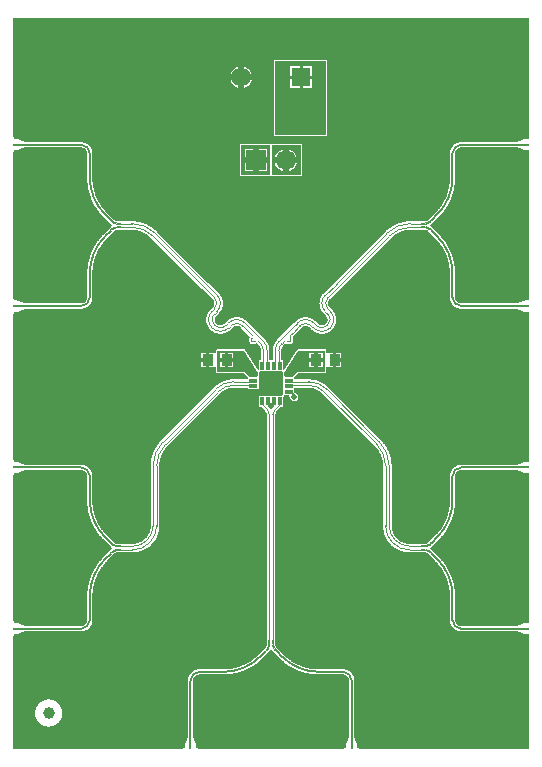
<source format=gtl>
G04*
G04 #@! TF.GenerationSoftware,Altium Limited,Altium Designer,24.2.2 (26)*
G04*
G04 Layer_Physical_Order=1*
G04 Layer_Color=255*
%FSLAX26Y26*%
%MOIN*%
G70*
G04*
G04 #@! TF.SameCoordinates,B184214D-E36B-41BB-B0D7-08C86D9F1EC7*
G04*
G04*
G04 #@! TF.FilePolarity,Positive*
G04*
G01*
G75*
%ADD14C,0.005000*%
%ADD18R,0.005181X0.040000*%
%ADD19R,0.040000X0.005181*%
%ADD20R,0.141732X0.217716*%
%ADD21R,0.217716X0.141732*%
%ADD22R,0.023622X0.004921*%
%ADD23R,0.011811X0.029528*%
%ADD24R,0.029528X0.011811*%
%ADD25R,0.072835X0.072835*%
%ADD26R,0.037402X0.039370*%
%ADD29C,0.066929*%
%ADD30R,0.066929X0.066929*%
%ADD31C,0.064961*%
%ADD32R,0.064961X0.064961*%
%ADD33C,0.057000*%
%ADD34C,0.005181*%
%ADD35C,0.004000*%
%ADD36C,0.001000*%
%ADD37O,0.015000X0.004000*%
G04:AMPARAMS|DCode=38|XSize=14mil|YSize=5.181mil|CornerRadius=0mil|HoleSize=0mil|Usage=FLASHONLY|Rotation=135.000|XOffset=0mil|YOffset=0mil|HoleType=Round|Shape=Round|*
%AMOVALD38*
21,1,0.008819,0.005181,0.000000,0.000000,135.0*
1,1,0.005181,0.003118,-0.003118*
1,1,0.005181,-0.003118,0.003118*
%
%ADD38OVALD38*%

%ADD39C,0.039370*%
G04:AMPARAMS|DCode=40|XSize=14mil|YSize=5.181mil|CornerRadius=0mil|HoleSize=0mil|Usage=FLASHONLY|Rotation=225.000|XOffset=0mil|YOffset=0mil|HoleType=Round|Shape=Round|*
%AMOVALD40*
21,1,0.008819,0.005181,0.000000,0.000000,225.0*
1,1,0.005181,0.003118,0.003118*
1,1,0.005181,-0.003118,-0.003118*
%
%ADD40OVALD40*%

%ADD41O,0.004000X0.015000*%
%ADD42C,0.023622*%
%ADD43C,0.019685*%
G36*
X1721435Y2434848D02*
Y2038387D01*
X1681057Y2021985D01*
X1494522D01*
X1494522Y2021986D01*
X1494518Y2021986D01*
X1492864Y2021950D01*
X1491223Y2021842D01*
X1491210Y2021842D01*
X1489562Y2021661D01*
X1487924Y2021409D01*
X1486298Y2021085D01*
X1484687Y2020691D01*
X1483096Y2020227D01*
X1481526Y2019695D01*
X1479981Y2019094D01*
X1478464Y2018426D01*
X1476977Y2017693D01*
X1475523Y2016896D01*
X1474106Y2016036D01*
X1472728Y2015115D01*
X1471391Y2014134D01*
X1470098Y2013097D01*
X1468852Y2012004D01*
X1467654Y2010857D01*
X1466508Y2009660D01*
X1465415Y2008414D01*
X1464377Y2007121D01*
X1463397Y2005784D01*
X1462476Y2004405D01*
X1461616Y2002988D01*
X1460819Y2001535D01*
X1460085Y2000048D01*
X1459418Y1998531D01*
X1458817Y1996986D01*
X1458284Y1995416D01*
X1457820Y1993824D01*
X1457426Y1992214D01*
X1457103Y1990588D01*
X1456851Y1988950D01*
X1456670Y1987302D01*
X1456562Y1985648D01*
X1456538Y1984581D01*
X1456512Y1983976D01*
Y1903690D01*
X1456518Y1903543D01*
X1456481Y1900095D01*
X1456363Y1896501D01*
X1456167Y1892911D01*
X1455893Y1889326D01*
X1455540Y1885748D01*
X1455110Y1882178D01*
X1454602Y1878619D01*
X1454016Y1875071D01*
X1453353Y1871537D01*
X1452613Y1868019D01*
X1451797Y1864517D01*
X1450904Y1861034D01*
X1449936Y1857572D01*
X1448892Y1854131D01*
X1447774Y1850714D01*
X1446581Y1847322D01*
X1445314Y1843957D01*
X1443975Y1840620D01*
X1442562Y1837313D01*
X1441079Y1834038D01*
X1439524Y1830796D01*
X1437898Y1827589D01*
X1436203Y1824418D01*
X1434440Y1821285D01*
X1432608Y1818191D01*
X1430709Y1815138D01*
X1428744Y1812127D01*
X1426714Y1809159D01*
X1424620Y1806236D01*
X1422463Y1803360D01*
X1420243Y1800532D01*
X1417962Y1797752D01*
X1415621Y1795023D01*
X1413221Y1792346D01*
X1410763Y1789722D01*
X1408354Y1787260D01*
X1408242Y1787158D01*
X1390043Y1768958D01*
X1389918Y1768822D01*
X1385154Y1764059D01*
X1385020Y1763935D01*
X1383434Y1762349D01*
X1382948Y1761897D01*
X1382198Y1761293D01*
X1381407Y1760743D01*
X1380578Y1760252D01*
X1379716Y1759820D01*
X1378826Y1759451D01*
X1377912Y1759147D01*
X1376978Y1758909D01*
X1376030Y1758738D01*
X1375072Y1758635D01*
X1374422Y1758611D01*
X1371846D01*
X1371844Y1758611D01*
X1325328D01*
X1325326Y1758611D01*
X1322294Y1758573D01*
X1319262Y1758458D01*
X1316234Y1758265D01*
X1313211Y1757997D01*
X1310196Y1757652D01*
X1307191Y1757230D01*
X1304198Y1756733D01*
X1301218Y1756159D01*
X1298254Y1755511D01*
X1295307Y1754788D01*
X1292379Y1753990D01*
X1289473Y1753118D01*
X1286589Y1752173D01*
X1283730Y1751156D01*
X1280899Y1750066D01*
X1278095Y1748905D01*
X1275322Y1747673D01*
X1272581Y1746371D01*
X1269874Y1745000D01*
X1267202Y1743561D01*
X1264568Y1742055D01*
X1261973Y1740483D01*
X1259418Y1738845D01*
X1256906Y1737144D01*
X1254437Y1735379D01*
X1252014Y1733552D01*
X1249639Y1731664D01*
X1247311Y1729717D01*
X1245034Y1727711D01*
X1242809Y1725649D01*
X1240639Y1723533D01*
X1240636Y1723531D01*
X1073995Y1556890D01*
X1073995Y1556889D01*
X1070049Y1552944D01*
X1035634Y1518528D01*
X1035633Y1518527D01*
Y1518527D01*
X1035625Y1518518D01*
X1034347Y1517190D01*
X1033115Y1515803D01*
X1031939Y1514370D01*
X1030819Y1512891D01*
X1029758Y1511369D01*
X1028758Y1509807D01*
X1027821Y1508207D01*
X1026946Y1506571D01*
X1026137Y1504902D01*
X1025394Y1503203D01*
X1024717Y1501476D01*
X1024110Y1499723D01*
X1023571Y1497948D01*
X1023103Y1496153D01*
X1022706Y1494342D01*
X1022380Y1492516D01*
X1022125Y1490679D01*
X1021944Y1488833D01*
X1021834Y1486981D01*
X1021798Y1485127D01*
X1021834Y1483272D01*
X1021944Y1481421D01*
X1022125Y1479575D01*
X1022380Y1477737D01*
X1022706Y1475912D01*
X1023103Y1474100D01*
X1023571Y1472305D01*
X1024110Y1470530D01*
X1024717Y1468778D01*
X1025394Y1467051D01*
X1026137Y1465351D01*
X1026946Y1463682D01*
X1027821Y1462047D01*
X1028758Y1460447D01*
X1029758Y1458884D01*
X1030819Y1457363D01*
X1031939Y1455884D01*
X1033115Y1454450D01*
X1034347Y1453063D01*
X1035623Y1451737D01*
X1035633Y1451726D01*
Y1451726D01*
X1035635Y1451724D01*
X1039903Y1447455D01*
X1043344Y1444014D01*
X1046284Y1440220D01*
X1046738Y1439415D01*
X1047241Y1438384D01*
X1047680Y1437323D01*
X1048054Y1436238D01*
X1048362Y1435133D01*
X1048603Y1434011D01*
X1048776Y1432876D01*
X1048880Y1431733D01*
X1048915Y1430586D01*
X1048880Y1429439D01*
X1048776Y1428296D01*
X1048603Y1427162D01*
X1048362Y1426040D01*
X1048054Y1424934D01*
X1047680Y1423849D01*
X1047241Y1422789D01*
X1046738Y1421757D01*
X1046175Y1420758D01*
X1045551Y1419794D01*
X1044871Y1418870D01*
X1044137Y1417988D01*
X1043350Y1417152D01*
X1042514Y1416366D01*
X1041633Y1415631D01*
X1040708Y1414951D01*
X1039745Y1414328D01*
X1038745Y1413764D01*
X1037713Y1413262D01*
X1036653Y1412822D01*
X1035568Y1412448D01*
X1034463Y1412140D01*
X1033341Y1411899D01*
X1032206Y1411726D01*
X1031063Y1411622D01*
X1029916Y1411588D01*
X1028769Y1411622D01*
X1027626Y1411726D01*
X1026491Y1411899D01*
X1025369Y1412140D01*
X1024264Y1412448D01*
X1023179Y1412822D01*
X1022119Y1413262D01*
X1021087Y1413764D01*
X1020087Y1414328D01*
X1019124Y1414951D01*
X1018199Y1415631D01*
X1017317Y1416366D01*
X1016558Y1417080D01*
X1016488Y1417158D01*
X1008776Y1424870D01*
X1008764Y1424881D01*
X1007439Y1426155D01*
X1006052Y1427387D01*
X1004619Y1428564D01*
X1003140Y1429683D01*
X1001618Y1430744D01*
X1000056Y1431744D01*
X998456Y1432682D01*
X996820Y1433556D01*
X995151Y1434365D01*
X993452Y1435109D01*
X991724Y1435785D01*
X989972Y1436392D01*
X988197Y1436931D01*
X986402Y1437399D01*
X984591Y1437797D01*
X982765Y1438123D01*
X980928Y1438377D01*
X979082Y1438559D01*
X977230Y1438668D01*
X975376Y1438704D01*
X973521Y1438668D01*
X971670Y1438559D01*
X969824Y1438377D01*
X967986Y1438123D01*
X966160Y1437797D01*
X964349Y1437399D01*
X962554Y1436931D01*
X960779Y1436392D01*
X959027Y1435785D01*
X957299Y1435109D01*
X955600Y1434365D01*
X953931Y1433556D01*
X952296Y1432682D01*
X950695Y1431744D01*
X949133Y1430744D01*
X947612Y1429683D01*
X946133Y1428564D01*
X944699Y1427387D01*
X943312Y1426155D01*
X941986Y1424880D01*
X941975Y1424870D01*
X940186Y1423081D01*
X940184Y1423079D01*
X936240Y1419135D01*
X936238Y1419133D01*
X881796Y1364691D01*
X881795Y1364690D01*
X881795Y1364690D01*
X881790Y1364685D01*
X880421Y1363263D01*
X879101Y1361786D01*
X877837Y1360260D01*
X876631Y1358689D01*
X875485Y1357073D01*
X874399Y1355416D01*
X873377Y1353719D01*
X872419Y1351985D01*
X871526Y1350216D01*
X870700Y1348416D01*
X869942Y1346586D01*
X869253Y1344728D01*
X868633Y1342847D01*
X868085Y1340943D01*
X867608Y1339020D01*
X867203Y1337081D01*
X866872Y1335128D01*
X866613Y1333164D01*
X866428Y1331191D01*
X866317Y1329214D01*
X866280Y1327243D01*
X866280Y1327233D01*
Y1295244D01*
X855155D01*
Y1327233D01*
X855154Y1327243D01*
X855118Y1329214D01*
X855006Y1331191D01*
X854822Y1333164D01*
X854563Y1335128D01*
X854231Y1337081D01*
X853827Y1339020D01*
X853350Y1340943D01*
X852801Y1342847D01*
X852182Y1344728D01*
X851493Y1346586D01*
X850735Y1348416D01*
X849909Y1350216D01*
X849016Y1351985D01*
X848058Y1353719D01*
X847035Y1355416D01*
X845950Y1357073D01*
X844804Y1358689D01*
X843598Y1360260D01*
X842334Y1361786D01*
X841014Y1363263D01*
X839646Y1364683D01*
X839640Y1364690D01*
X785197Y1419133D01*
X779461Y1424869D01*
X779460Y1424870D01*
X779460D01*
X779451Y1424878D01*
X778122Y1426155D01*
X776736Y1427387D01*
X775302Y1428564D01*
X773823Y1429683D01*
X772301Y1430744D01*
X770739Y1431744D01*
X769139Y1432682D01*
X767503Y1433556D01*
X765834Y1434365D01*
X764135Y1435109D01*
X762408Y1435785D01*
X760655Y1436392D01*
X758880Y1436931D01*
X757086Y1437399D01*
X755274Y1437797D01*
X753448Y1438123D01*
X751611Y1438377D01*
X749765Y1438559D01*
X747913Y1438668D01*
X746059Y1438704D01*
X744205Y1438668D01*
X742353Y1438559D01*
X740507Y1438377D01*
X738670Y1438123D01*
X736844Y1437797D01*
X735032Y1437399D01*
X733237Y1436931D01*
X731463Y1436392D01*
X729710Y1435785D01*
X727983Y1435109D01*
X726284Y1434365D01*
X724615Y1433556D01*
X722979Y1432682D01*
X721379Y1431744D01*
X719817Y1430744D01*
X718295Y1429683D01*
X716816Y1428564D01*
X715382Y1427387D01*
X713996Y1426155D01*
X712671Y1424881D01*
X712658Y1424870D01*
X704947Y1417158D01*
X704876Y1417080D01*
X704117Y1416366D01*
X703236Y1415631D01*
X702311Y1414951D01*
X701347Y1414328D01*
X700348Y1413764D01*
X699316Y1413262D01*
X698256Y1412822D01*
X697171Y1412448D01*
X696065Y1412140D01*
X694943Y1411899D01*
X693809Y1411726D01*
X692666Y1411622D01*
X691519Y1411588D01*
X690372Y1411622D01*
X689229Y1411726D01*
X688094Y1411899D01*
X686972Y1412140D01*
X685867Y1412448D01*
X684782Y1412822D01*
X683721Y1413262D01*
X682690Y1413764D01*
X681690Y1414328D01*
X680726Y1414951D01*
X679802Y1415631D01*
X678920Y1416366D01*
X678085Y1417152D01*
X677298Y1417988D01*
X676563Y1418870D01*
X675883Y1419794D01*
X675260Y1420758D01*
X674696Y1421757D01*
X674194Y1422789D01*
X673755Y1423849D01*
X673380Y1424934D01*
X673072Y1426040D01*
X672831Y1427162D01*
X672659Y1428296D01*
X672555Y1429439D01*
X672520Y1430586D01*
X672555Y1431733D01*
X672659Y1432876D01*
X672831Y1434011D01*
X673072Y1435133D01*
X673380Y1436238D01*
X673755Y1437323D01*
X674194Y1438384D01*
X674696Y1439415D01*
X675150Y1440220D01*
X678091Y1444014D01*
X681476Y1447400D01*
X685800Y1451724D01*
X685802Y1451726D01*
Y1451726D01*
X685812Y1451737D01*
X687087Y1453063D01*
X688319Y1454450D01*
X689496Y1455884D01*
X690615Y1457363D01*
X691676Y1458884D01*
X692676Y1460447D01*
X693614Y1462047D01*
X694488Y1463682D01*
X695298Y1465351D01*
X696041Y1467051D01*
X696717Y1468778D01*
X697325Y1470530D01*
X697863Y1472305D01*
X698332Y1474100D01*
X698729Y1475912D01*
X699055Y1477737D01*
X699309Y1479575D01*
X699491Y1481421D01*
X699600Y1483272D01*
X699637Y1485127D01*
X699600Y1486981D01*
X699491Y1488833D01*
X699309Y1490679D01*
X699055Y1492516D01*
X698729Y1494342D01*
X698332Y1496153D01*
X697863Y1497948D01*
X697325Y1499723D01*
X696717Y1501476D01*
X696041Y1503203D01*
X695298Y1504902D01*
X694488Y1506571D01*
X693614Y1508207D01*
X692676Y1509807D01*
X691676Y1511369D01*
X690615Y1512891D01*
X689496Y1514370D01*
X688319Y1515803D01*
X687087Y1517190D01*
X685810Y1518518D01*
X685802Y1518527D01*
Y1518527D01*
X685801Y1518528D01*
X651386Y1552943D01*
X651385Y1552944D01*
X647442Y1556887D01*
X647439Y1556890D01*
X480799Y1723531D01*
X480797Y1723532D01*
X478626Y1725649D01*
X476400Y1727711D01*
X474123Y1729717D01*
X471796Y1731664D01*
X469420Y1733552D01*
X466997Y1735379D01*
X464529Y1737144D01*
X462017Y1738845D01*
X459462Y1740483D01*
X456867Y1742055D01*
X454232Y1743561D01*
X451561Y1745000D01*
X448854Y1746371D01*
X446113Y1747673D01*
X443339Y1748905D01*
X440536Y1750066D01*
X437704Y1751156D01*
X434846Y1752173D01*
X431962Y1753118D01*
X429055Y1753990D01*
X426128Y1754788D01*
X423181Y1755511D01*
X420216Y1756159D01*
X417237Y1756733D01*
X414243Y1757230D01*
X411238Y1757652D01*
X408224Y1757997D01*
X405201Y1758265D01*
X402173Y1758458D01*
X399140Y1758573D01*
X396109Y1758611D01*
X396106Y1758611D01*
X354151D01*
X354149Y1758611D01*
X349591D01*
X349589Y1758611D01*
X347012D01*
X346363Y1758635D01*
X345405Y1758738D01*
X344457Y1758909D01*
X343523Y1759147D01*
X342609Y1759451D01*
X341718Y1759820D01*
X340857Y1760251D01*
X340028Y1760743D01*
X339236Y1761293D01*
X338486Y1761897D01*
X338001Y1762349D01*
X336415Y1763935D01*
X336280Y1764059D01*
X331519Y1768820D01*
X331392Y1768958D01*
X313192Y1787158D01*
X313079Y1787261D01*
X310672Y1789722D01*
X308214Y1792346D01*
X305814Y1795023D01*
X303473Y1797752D01*
X301192Y1800532D01*
X298972Y1803360D01*
X296815Y1806236D01*
X294720Y1809159D01*
X292690Y1812127D01*
X290725Y1815138D01*
X288827Y1818191D01*
X286995Y1821285D01*
X285231Y1824418D01*
X283536Y1827589D01*
X281911Y1830796D01*
X280356Y1834038D01*
X278872Y1837313D01*
X277460Y1840620D01*
X276120Y1843957D01*
X274854Y1847322D01*
X273661Y1850714D01*
X272543Y1854131D01*
X271499Y1857572D01*
X270531Y1861034D01*
X269638Y1864517D01*
X268821Y1868019D01*
X268082Y1871537D01*
X267418Y1875071D01*
X266833Y1878619D01*
X266325Y1882178D01*
X265894Y1885748D01*
X265542Y1889326D01*
X265268Y1892911D01*
X265072Y1896501D01*
X264954Y1900095D01*
X264916Y1903543D01*
X264923Y1903690D01*
Y1983976D01*
X264896Y1984581D01*
X264873Y1985648D01*
X264765Y1987302D01*
X264584Y1988950D01*
X264332Y1990588D01*
X264009Y1992214D01*
X263615Y1993824D01*
X263151Y1995416D01*
X262618Y1996986D01*
X262017Y1998531D01*
X261349Y2000048D01*
X260616Y2001535D01*
X259819Y2002988D01*
X258959Y2004405D01*
X258038Y2005784D01*
X257058Y2007121D01*
X256020Y2008414D01*
X254927Y2009660D01*
X253780Y2010857D01*
X252583Y2012004D01*
X251337Y2013097D01*
X250044Y2014134D01*
X248707Y2015115D01*
X247328Y2016036D01*
X245911Y2016896D01*
X244458Y2017693D01*
X242971Y2018426D01*
X241454Y2019094D01*
X239909Y2019695D01*
X238339Y2020227D01*
X236747Y2020691D01*
X235137Y2021085D01*
X233511Y2021409D01*
X231873Y2021661D01*
X230225Y2021842D01*
X230211Y2021842D01*
X228571Y2021950D01*
X226913Y2021986D01*
Y2021985D01*
X40377D01*
X0Y2038386D01*
Y2434849D01*
X1721435Y2434848D01*
D02*
G37*
G36*
X1494521Y2004788D02*
X1681057D01*
X1721435Y1988387D01*
Y1500591D01*
X1681057Y1484189D01*
X1494521D01*
X1494417Y1484185D01*
X1493265Y1484220D01*
X1492014Y1484333D01*
X1490771Y1484523D01*
X1489542Y1484786D01*
X1488332Y1485124D01*
X1487144Y1485534D01*
X1485983Y1486015D01*
X1484853Y1486565D01*
X1483758Y1487182D01*
X1482703Y1487865D01*
X1481690Y1488610D01*
X1480725Y1489414D01*
X1479810Y1490276D01*
X1478948Y1491191D01*
X1478144Y1492156D01*
X1477399Y1493168D01*
X1476716Y1494224D01*
X1476099Y1495319D01*
X1475549Y1496448D01*
X1475068Y1497610D01*
X1474658Y1498798D01*
X1474321Y1500008D01*
X1474057Y1501237D01*
X1473868Y1502479D01*
X1473754Y1503731D01*
X1473719Y1504883D01*
X1473724Y1504987D01*
X1473709Y1505315D01*
Y1585287D01*
X1473711D01*
X1473672Y1589049D01*
X1473634Y1590256D01*
X1473555Y1592809D01*
X1473361Y1596565D01*
X1473089Y1600317D01*
X1472740Y1604062D01*
X1472313Y1607800D01*
X1471809Y1611527D01*
X1471228Y1615244D01*
X1470571Y1618947D01*
X1469837Y1622637D01*
X1469027Y1626310D01*
X1468142Y1629966D01*
X1467181Y1633603D01*
X1466145Y1637219D01*
X1465034Y1640813D01*
X1463850Y1644383D01*
X1462591Y1647928D01*
X1461260Y1651446D01*
X1459857Y1654936D01*
X1458381Y1658396D01*
X1456835Y1661825D01*
X1455218Y1665221D01*
X1453531Y1668584D01*
X1451775Y1671910D01*
X1449950Y1675200D01*
X1448059Y1678451D01*
X1446100Y1681662D01*
X1444075Y1684832D01*
X1441985Y1687960D01*
X1439831Y1691044D01*
X1437614Y1694082D01*
X1435334Y1697074D01*
X1432993Y1700019D01*
X1430592Y1702914D01*
X1428131Y1705759D01*
X1425612Y1708553D01*
X1423036Y1711294D01*
X1420404Y1713981D01*
X1420403Y1713980D01*
X1420398Y1713985D01*
X1402203Y1732180D01*
X1402074Y1732298D01*
X1397303Y1737069D01*
X1397180Y1737203D01*
X1395550Y1738833D01*
X1395416Y1738956D01*
X1393413Y1740959D01*
D01*
X1391698Y1742673D01*
Y1746304D01*
X1393413Y1748019D01*
D01*
X1395416Y1750021D01*
X1395550Y1750144D01*
X1397180Y1751775D01*
X1397303Y1751908D01*
X1402071Y1756677D01*
X1402203Y1756798D01*
X1420398Y1774993D01*
X1420403Y1774997D01*
X1420404Y1774996D01*
X1423036Y1777683D01*
X1425612Y1780424D01*
X1428131Y1783218D01*
X1430592Y1786063D01*
X1432993Y1788958D01*
X1435334Y1791903D01*
X1437614Y1794895D01*
X1439831Y1797934D01*
X1441985Y1801017D01*
X1444075Y1804145D01*
X1446100Y1807315D01*
X1448059Y1810527D01*
X1449950Y1813778D01*
X1451775Y1817067D01*
X1453531Y1820394D01*
X1455218Y1823756D01*
X1456835Y1827152D01*
X1458381Y1830581D01*
X1459857Y1834041D01*
X1461260Y1837531D01*
X1462591Y1841050D01*
X1463850Y1844594D01*
X1465034Y1848165D01*
X1466145Y1851759D01*
X1467181Y1855375D01*
X1468142Y1859012D01*
X1469027Y1862667D01*
X1469837Y1866341D01*
X1470571Y1870030D01*
X1471228Y1873734D01*
X1471809Y1877450D01*
X1472313Y1881178D01*
X1472740Y1884915D01*
X1473089Y1888661D01*
X1473361Y1892412D01*
X1473555Y1896169D01*
X1473634Y1898721D01*
X1473672Y1899929D01*
X1473711Y1903690D01*
X1473709D01*
Y1983662D01*
X1473724Y1983990D01*
X1473719Y1984094D01*
X1473754Y1985246D01*
X1473868Y1986498D01*
X1474057Y1987740D01*
X1474321Y1988969D01*
X1474658Y1990180D01*
X1475068Y1991368D01*
X1475549Y1992529D01*
X1476099Y1993659D01*
X1476716Y1994754D01*
X1477399Y1995809D01*
X1478144Y1996821D01*
X1478948Y1997787D01*
X1479810Y1998702D01*
X1480725Y1999563D01*
X1481690Y2000368D01*
X1482703Y2001113D01*
X1483758Y2001795D01*
X1484853Y2002412D01*
X1485983Y2002963D01*
X1487144Y2003444D01*
X1488332Y2003853D01*
X1489542Y2004191D01*
X1490771Y2004455D01*
X1492014Y2004644D01*
X1493265Y2004758D01*
X1494417Y2004792D01*
X1494521Y2004788D01*
D02*
G37*
G36*
X1389469Y1753455D02*
X1383542Y1750198D01*
X1377014Y1749103D01*
X1377284Y1752353D01*
X1381116Y1753567D01*
X1384680Y1755121D01*
X1388074Y1757782D01*
X1389469Y1753455D01*
D02*
G37*
G36*
X336755Y1755121D02*
X340318Y1753567D01*
X344150Y1752352D01*
X344421Y1749103D01*
X337893Y1750198D01*
X331965Y1753455D01*
X333361Y1757782D01*
X336755Y1755121D01*
D02*
G37*
G36*
X228169Y2004758D02*
X229421Y2004644D01*
X230663Y2004455D01*
X231892Y2004191D01*
X233103Y2003853D01*
X234291Y2003444D01*
X235452Y2002963D01*
X236582Y2002412D01*
X237677Y2001795D01*
X238732Y2001113D01*
X239744Y2000368D01*
X240710Y1999563D01*
X241625Y1998702D01*
X242486Y1997787D01*
X243291Y1996821D01*
X244036Y1995809D01*
X244718Y1994754D01*
X245336Y1993659D01*
X245886Y1992529D01*
X246367Y1991368D01*
X246777Y1990180D01*
X247114Y1988969D01*
X247378Y1987740D01*
X247567Y1986498D01*
X247681Y1985246D01*
X247715Y1984094D01*
X247711Y1983990D01*
X247725Y1983662D01*
Y1903690D01*
X247724D01*
X247762Y1899929D01*
X247800Y1898721D01*
X247879Y1896169D01*
X248074Y1892412D01*
X248345Y1888661D01*
X248695Y1884915D01*
X249121Y1881178D01*
X249625Y1877450D01*
X250206Y1873734D01*
X250863Y1870030D01*
X251597Y1866341D01*
X252407Y1862667D01*
X253293Y1859012D01*
X254254Y1855375D01*
X255290Y1851759D01*
X256401Y1848165D01*
X257585Y1844594D01*
X258843Y1841050D01*
X260174Y1837531D01*
X261578Y1834041D01*
X263053Y1830581D01*
X264600Y1827152D01*
X266217Y1823756D01*
X267904Y1820394D01*
X269660Y1817067D01*
X271484Y1813778D01*
X273376Y1810527D01*
X275335Y1807315D01*
X277360Y1804145D01*
X279450Y1801017D01*
X281603Y1797934D01*
X283821Y1794895D01*
X286100Y1791903D01*
X288441Y1788958D01*
X290843Y1786063D01*
X293303Y1783218D01*
X295822Y1780424D01*
X298398Y1777683D01*
X301030Y1774996D01*
X301031Y1774997D01*
X301038Y1774992D01*
X319231Y1756798D01*
X319361Y1756679D01*
X324132Y1751908D01*
X324254Y1751775D01*
X325885Y1750144D01*
X326019Y1750022D01*
X328022Y1748018D01*
D01*
X329736Y1746304D01*
Y1742673D01*
X328022Y1740959D01*
D01*
X326019Y1738956D01*
X325885Y1738833D01*
X324254Y1737203D01*
X324132Y1737069D01*
X319363Y1732301D01*
X319231Y1732180D01*
X301035Y1713983D01*
X301031Y1713980D01*
X301030Y1713981D01*
X298398Y1711294D01*
X295822Y1708553D01*
X293303Y1705759D01*
X290843Y1702914D01*
X288441Y1700019D01*
X286100Y1697074D01*
X283821Y1694082D01*
X281603Y1691044D01*
X279450Y1687960D01*
X277360Y1684832D01*
X275335Y1681662D01*
X273376Y1678451D01*
X271484Y1675200D01*
X269660Y1671910D01*
X267904Y1668584D01*
X266217Y1665221D01*
X264600Y1661825D01*
X263053Y1658396D01*
X261578Y1654936D01*
X260174Y1651446D01*
X258843Y1647928D01*
X257585Y1644383D01*
X256401Y1640813D01*
X255290Y1637219D01*
X254254Y1633603D01*
X253293Y1629966D01*
X252407Y1626310D01*
X251597Y1622637D01*
X250863Y1618947D01*
X250206Y1615244D01*
X249625Y1611527D01*
X249121Y1607800D01*
X248695Y1604062D01*
X248345Y1600317D01*
X248074Y1596565D01*
X247879Y1592809D01*
X247800Y1590257D01*
X247762Y1589049D01*
X247724Y1585287D01*
X247725D01*
Y1505315D01*
X247711Y1504987D01*
X247715Y1504883D01*
X247681Y1503731D01*
X247567Y1502479D01*
X247378Y1501237D01*
X247114Y1500008D01*
X246777Y1498798D01*
X246367Y1497610D01*
X245886Y1496448D01*
X245336Y1495319D01*
X244718Y1494224D01*
X244036Y1493168D01*
X243291Y1492156D01*
X242486Y1491191D01*
X241625Y1490276D01*
X240710Y1489414D01*
X239744Y1488610D01*
X238732Y1487865D01*
X237677Y1487182D01*
X236582Y1486565D01*
X235452Y1486015D01*
X234291Y1485534D01*
X233103Y1485124D01*
X231892Y1484786D01*
X230663Y1484523D01*
X229421Y1484333D01*
X228169Y1484220D01*
X227017Y1484185D01*
X226913Y1484189D01*
X40377D01*
X0Y1500591D01*
Y1988387D01*
X40377Y2004788D01*
X226913D01*
X227017Y2004792D01*
X228169Y2004758D01*
D02*
G37*
G36*
X1383542Y1738779D02*
X1389469Y1735523D01*
X1388074Y1731196D01*
X1384680Y1733857D01*
X1381116Y1735410D01*
X1377284Y1736625D01*
X1377014Y1739874D01*
X1383542Y1738779D01*
D02*
G37*
G36*
X344150Y1736625D02*
X340318Y1735410D01*
X336755Y1733857D01*
X333361Y1731195D01*
X331965Y1735522D01*
X337893Y1738779D01*
X344421Y1739874D01*
X344150Y1736625D01*
D02*
G37*
G36*
X398591Y1730337D02*
X401264Y1730220D01*
X403933Y1730025D01*
X406595Y1729753D01*
X409249Y1729404D01*
X411890Y1728978D01*
X414519Y1728475D01*
X417132Y1727896D01*
X419726Y1727241D01*
X422301Y1726511D01*
X424853Y1725706D01*
X427381Y1724827D01*
X429882Y1723876D01*
X432354Y1722851D01*
X434796Y1721756D01*
X437204Y1720590D01*
X439578Y1719354D01*
X441915Y1718050D01*
X444213Y1716678D01*
X446470Y1715240D01*
X448684Y1713737D01*
X450853Y1712171D01*
X452976Y1710542D01*
X455051Y1708852D01*
X457076Y1707102D01*
X457373Y1706830D01*
X460962Y1703423D01*
X460962Y1703423D01*
X460962Y1703423D01*
X627467Y1536918D01*
X631413Y1532972D01*
X665828Y1498557D01*
X665830Y1498555D01*
X665907Y1498485D01*
X666622Y1497725D01*
X667357Y1496843D01*
X668037Y1495919D01*
X668660Y1494955D01*
X669224Y1493956D01*
X669726Y1492924D01*
X670166Y1491864D01*
X670540Y1490779D01*
X670848Y1489673D01*
X671089Y1488551D01*
X671262Y1487417D01*
X671365Y1486274D01*
X671400Y1485127D01*
X671365Y1483980D01*
X671262Y1482837D01*
X671089Y1481702D01*
X670848Y1480580D01*
X670540Y1479475D01*
X670166Y1478390D01*
X669726Y1477329D01*
X669224Y1476298D01*
X668764Y1475483D01*
X665829Y1471697D01*
X658118Y1463987D01*
X658109Y1463976D01*
X656833Y1462649D01*
X655601Y1461263D01*
X654424Y1459829D01*
X653305Y1458350D01*
X652244Y1456829D01*
X651244Y1455266D01*
X650306Y1453666D01*
X649432Y1452031D01*
X648623Y1450362D01*
X647879Y1448662D01*
X647203Y1446935D01*
X646596Y1445183D01*
X646057Y1443408D01*
X645589Y1441613D01*
X645191Y1439801D01*
X644865Y1437976D01*
X644611Y1436138D01*
X644429Y1434292D01*
X644320Y1432441D01*
X644284Y1430586D01*
X644320Y1428732D01*
X644429Y1426880D01*
X644611Y1425034D01*
X644865Y1423197D01*
X645191Y1421371D01*
X645589Y1419560D01*
X646057Y1417765D01*
X646596Y1415990D01*
X647203Y1414237D01*
X647879Y1412510D01*
X648623Y1410811D01*
X649432Y1409142D01*
X650306Y1407506D01*
X651244Y1405906D01*
X652244Y1404344D01*
X653305Y1402822D01*
X654424Y1401343D01*
X655601Y1399910D01*
X655604Y1399906D01*
X656833Y1398523D01*
X656906Y1398447D01*
X658077Y1397227D01*
X658087Y1397217D01*
X658137Y1397166D01*
X658144Y1397160D01*
X658923Y1396412D01*
X659455Y1395900D01*
X660838Y1394672D01*
X660842Y1394668D01*
X662276Y1393492D01*
X663755Y1392372D01*
X665276Y1391312D01*
X666838Y1390312D01*
X668439Y1389374D01*
X670074Y1388500D01*
X671743Y1387690D01*
X673443Y1386947D01*
X675170Y1386271D01*
X676922Y1385663D01*
X678697Y1385125D01*
X680492Y1384656D01*
X682304Y1384259D01*
X684130Y1383933D01*
X685967Y1383679D01*
X687813Y1383497D01*
X689664Y1383388D01*
X691519Y1383351D01*
X693373Y1383388D01*
X695225Y1383497D01*
X697071Y1383679D01*
X698908Y1383933D01*
X700734Y1384259D01*
X702545Y1384656D01*
X704340Y1385125D01*
X706115Y1385663D01*
X707867Y1386271D01*
X709595Y1386947D01*
X711294Y1387690D01*
X712963Y1388500D01*
X714599Y1389374D01*
X716199Y1390312D01*
X717761Y1391312D01*
X719283Y1392372D01*
X720762Y1393492D01*
X722196Y1394668D01*
X722199Y1394672D01*
X723582Y1395900D01*
X724919Y1397186D01*
X732631Y1404897D01*
X732701Y1404975D01*
X733461Y1405690D01*
X734342Y1406425D01*
X735267Y1407105D01*
X736230Y1407728D01*
X737230Y1408292D01*
X738262Y1408794D01*
X739322Y1409233D01*
X740407Y1409608D01*
X741512Y1409916D01*
X742634Y1410157D01*
X743769Y1410329D01*
X744912Y1410433D01*
X746059Y1410468D01*
X747206Y1410433D01*
X748349Y1410329D01*
X749484Y1410157D01*
X750606Y1409916D01*
X751711Y1409608D01*
X752796Y1409233D01*
X753856Y1408794D01*
X754888Y1408292D01*
X755888Y1407728D01*
X756851Y1407105D01*
X757776Y1406425D01*
X758657Y1405690D01*
X759417Y1404975D01*
X759487Y1404897D01*
X759489Y1404896D01*
X761278Y1403107D01*
X761280Y1403105D01*
X765224Y1399160D01*
X765226Y1399159D01*
X780303Y1384081D01*
X780305Y1384080D01*
X790904Y1373481D01*
X790645Y1373223D01*
X789916Y1372439D01*
X789243Y1371605D01*
X788632Y1370725D01*
X788086Y1369803D01*
X787606Y1368845D01*
X787196Y1367855D01*
X786857Y1366839D01*
X786592Y1365800D01*
X786402Y1364746D01*
X786288Y1363681D01*
X786250Y1362610D01*
X786288Y1361539D01*
X786402Y1360474D01*
X786592Y1359419D01*
X786857Y1358381D01*
X787196Y1357364D01*
X787606Y1356375D01*
X788085Y1355416D01*
X788086Y1355416D01*
X788632Y1354495D01*
X788633Y1354494D01*
X789243Y1353615D01*
X789245Y1353613D01*
X789915Y1352781D01*
X790646Y1351996D01*
X791430Y1351266D01*
X792262Y1350596D01*
X792264Y1350594D01*
X793143Y1349984D01*
X793144Y1349983D01*
X794065Y1349437D01*
X794066Y1349436D01*
X794496Y1349221D01*
X795024Y1348957D01*
X796014Y1348547D01*
X797030Y1348208D01*
X798069Y1347943D01*
X799123Y1347753D01*
X800188Y1347638D01*
X801259Y1347600D01*
X802330Y1347638D01*
X803395Y1347753D01*
X804450Y1347943D01*
X805488Y1348208D01*
X806504Y1348547D01*
X807494Y1348957D01*
X808452Y1349436D01*
X808453Y1349437D01*
X809374Y1349983D01*
X809375Y1349984D01*
X810254Y1350594D01*
X810256Y1350596D01*
X811088Y1351266D01*
X811872Y1351996D01*
X815559Y1348826D01*
X819620Y1344765D01*
X819620Y1344764D01*
X819712Y1344682D01*
X820587Y1343756D01*
X821488Y1342689D01*
X822327Y1341573D01*
X823103Y1340412D01*
X823813Y1339209D01*
X824454Y1337969D01*
X825024Y1336694D01*
X825522Y1335389D01*
X825946Y1334059D01*
X826295Y1332707D01*
X826567Y1331337D01*
X826763Y1329954D01*
X826880Y1328563D01*
X826916Y1327288D01*
X826910Y1327167D01*
Y1295244D01*
X821284D01*
Y1262171D01*
X816696Y1260877D01*
X816196Y1260905D01*
X774306Y1329261D01*
X774184Y1329433D01*
X774068Y1329607D01*
X774033Y1329647D01*
X774003Y1329689D01*
X773861Y1329843D01*
X773722Y1330001D01*
X773683Y1330036D01*
X773647Y1330074D01*
X773485Y1330210D01*
X773328Y1330347D01*
X773285Y1330376D01*
X773244Y1330410D01*
X773066Y1330522D01*
X772892Y1330638D01*
X772845Y1330662D01*
X772801Y1330689D01*
X772611Y1330777D01*
X772422Y1330870D01*
X772372Y1330887D01*
X772324Y1330909D01*
X772125Y1330971D01*
X771926Y1331039D01*
X771874Y1331049D01*
X771824Y1331064D01*
X771619Y1331100D01*
X771411Y1331141D01*
X771358Y1331145D01*
X771307Y1331153D01*
X771099Y1331161D01*
X770888Y1331175D01*
X680464D01*
X679940Y1331141D01*
X679426Y1331039D01*
X678930Y1330870D01*
X678459Y1330638D01*
X678023Y1330347D01*
X677629Y1330001D01*
X677283Y1329607D01*
X676992Y1329171D01*
X676760Y1328701D01*
X676592Y1328204D01*
X676489Y1327690D01*
X676455Y1327167D01*
Y1319218D01*
X671668Y1318703D01*
X671455Y1318703D01*
X654967D01*
Y1295018D01*
Y1271333D01*
X671455D01*
X671668Y1271333D01*
X676455Y1270818D01*
Y1255358D01*
X676489Y1254835D01*
X676592Y1254321D01*
X676760Y1253824D01*
X676992Y1253354D01*
X677283Y1252918D01*
X677629Y1252524D01*
X678023Y1252178D01*
X678459Y1251887D01*
X678930Y1251655D01*
X679426Y1251486D01*
X679940Y1251384D01*
X680464Y1251349D01*
X713976D01*
X714071Y1251356D01*
X714166Y1251354D01*
X714333Y1251373D01*
X714499Y1251384D01*
X714592Y1251402D01*
X714687Y1251413D01*
X714976Y1251465D01*
X715674Y1251540D01*
X716376Y1251565D01*
X717077Y1251540D01*
X717775Y1251465D01*
X718064Y1251413D01*
X718159Y1251402D01*
X718252Y1251384D01*
X718418Y1251373D01*
X718585Y1251354D01*
X718681Y1251356D01*
X718775Y1251349D01*
X769357D01*
X782898Y1239245D01*
Y1231547D01*
X735616D01*
Y1231548D01*
X732920Y1231508D01*
X730226Y1231391D01*
X727537Y1231195D01*
X724854Y1230921D01*
X722181Y1230569D01*
X719518Y1230139D01*
X716870Y1229632D01*
X714237Y1229049D01*
X711623Y1228389D01*
X709028Y1227653D01*
X706457Y1226842D01*
X703909Y1225957D01*
X701389Y1224998D01*
X698898Y1223966D01*
X696438Y1222862D01*
X694010Y1221687D01*
X691619Y1220441D01*
X689264Y1219127D01*
X686948Y1217745D01*
X684674Y1216296D01*
X682443Y1214782D01*
X680257Y1213203D01*
X678117Y1211562D01*
X676027Y1209859D01*
X673986Y1208095D01*
X671998Y1206274D01*
X670070Y1204401D01*
X666535Y1200865D01*
X494332Y1028663D01*
X494332Y1028663D01*
X492212Y1026488D01*
X490147Y1024260D01*
X488140Y1021981D01*
X486191Y1019652D01*
X484301Y1017273D01*
X482473Y1014848D01*
X480706Y1012377D01*
X479003Y1009863D01*
X477364Y1007306D01*
X475790Y1004708D01*
X474282Y1002071D01*
X472842Y999397D01*
X471470Y996687D01*
X470167Y993944D01*
X468934Y991168D01*
X467772Y988362D01*
X466681Y985527D01*
X465662Y982666D01*
X464716Y979779D01*
X463844Y976870D01*
X463045Y973940D01*
X462321Y970990D01*
X461672Y968023D01*
X461099Y965040D01*
X460601Y962044D01*
X460179Y959036D01*
X459833Y956019D01*
X459564Y952993D01*
X459372Y949962D01*
X459257Y946927D01*
X459218Y943890D01*
Y743669D01*
X459225Y743530D01*
X459189Y741504D01*
X459073Y739342D01*
X458880Y737185D01*
X458610Y735037D01*
X458264Y732899D01*
X457841Y730775D01*
X457343Y728668D01*
X456770Y726580D01*
X456123Y724513D01*
X455403Y722471D01*
X454610Y720456D01*
X453746Y718471D01*
X452811Y716518D01*
X451808Y714599D01*
X450736Y712717D01*
X449598Y710875D01*
X448395Y709074D01*
X447129Y707318D01*
X445800Y705608D01*
X444412Y703947D01*
X442965Y702336D01*
X441461Y700777D01*
X439903Y699274D01*
X438292Y697827D01*
X436630Y696438D01*
X434920Y695110D01*
X433164Y693843D01*
X431364Y692640D01*
X429521Y691502D01*
X427640Y690431D01*
X425721Y689427D01*
X423768Y688493D01*
X421782Y687628D01*
X419767Y686836D01*
X417725Y686115D01*
X415659Y685468D01*
X413570Y684895D01*
X411463Y684397D01*
X409339Y683975D01*
X407202Y683628D01*
X405053Y683359D01*
X402897Y683166D01*
X400734Y683050D01*
X398708Y683014D01*
X398569Y683020D01*
X361619D01*
Y683020D01*
X347012D01*
X346363Y683044D01*
X345405Y683147D01*
X344457Y683318D01*
X343523Y683556D01*
X342609Y683860D01*
X341718Y684229D01*
X340857Y684660D01*
X340028Y685152D01*
X339236Y685702D01*
X338486Y686306D01*
X338001Y686758D01*
X336415Y688344D01*
X336281Y688467D01*
X331516Y693232D01*
X331392Y693367D01*
X313192Y711567D01*
X313080Y711669D01*
X310672Y714131D01*
X308214Y716755D01*
X305814Y719432D01*
X303473Y722161D01*
X301192Y724941D01*
X298972Y727769D01*
X296815Y730645D01*
X294720Y733568D01*
X292690Y736535D01*
X290725Y739547D01*
X288827Y742600D01*
X286995Y745694D01*
X285231Y748827D01*
X283536Y751998D01*
X281911Y755205D01*
X280356Y758447D01*
X278872Y761722D01*
X277460Y765029D01*
X276120Y768366D01*
X274854Y771731D01*
X273661Y775123D01*
X272543Y778540D01*
X271499Y781980D01*
X270531Y785443D01*
X269638Y788926D01*
X268821Y792428D01*
X268082Y795946D01*
X267418Y799480D01*
X266833Y803028D01*
X266325Y806587D01*
X265894Y810157D01*
X265542Y813735D01*
X265268Y817320D01*
X265072Y820910D01*
X264954Y824504D01*
X264916Y827952D01*
X264923Y828099D01*
Y908385D01*
X264896Y908990D01*
X264873Y910056D01*
X264765Y911711D01*
X264584Y913359D01*
X264332Y914997D01*
X264009Y916623D01*
X263615Y918233D01*
X263151Y919825D01*
X262618Y921394D01*
X262017Y922939D01*
X261349Y924457D01*
X260616Y925944D01*
X259819Y927397D01*
X258959Y928814D01*
X258038Y930193D01*
X257058Y931529D01*
X256020Y932822D01*
X254927Y934069D01*
X253780Y935266D01*
X252583Y936413D01*
X251337Y937506D01*
X250044Y938543D01*
X248707Y939524D01*
X247328Y940444D01*
X245911Y941304D01*
X244458Y942102D01*
X242971Y942835D01*
X241454Y943503D01*
X239909Y944104D01*
X238339Y944636D01*
X236747Y945100D01*
X235137Y945494D01*
X233511Y945818D01*
X231873Y946070D01*
X230225Y946251D01*
X230211Y946251D01*
X228571Y946359D01*
X226913Y946395D01*
Y946394D01*
X40377D01*
X0Y962795D01*
Y1450591D01*
X40377Y1466992D01*
X226913D01*
X226913Y1466991D01*
X226917Y1466991D01*
X228571Y1467027D01*
X230211Y1467135D01*
X230225Y1467136D01*
X231873Y1467316D01*
X233511Y1467569D01*
X235137Y1467892D01*
X236747Y1468286D01*
X238339Y1468750D01*
X239909Y1469283D01*
X241454Y1469884D01*
X242971Y1470551D01*
X244458Y1471284D01*
X245911Y1472082D01*
X247328Y1472942D01*
X248707Y1473863D01*
X250044Y1474843D01*
X251337Y1475881D01*
X252583Y1476974D01*
X253780Y1478120D01*
X254927Y1479318D01*
X256020Y1480564D01*
X257058Y1481857D01*
X258038Y1483194D01*
X258959Y1484572D01*
X259819Y1485989D01*
X260616Y1487443D01*
X261349Y1488929D01*
X262017Y1490447D01*
X262618Y1491992D01*
X263151Y1493562D01*
X263615Y1495153D01*
X264009Y1496764D01*
X264332Y1498389D01*
X264584Y1500028D01*
X264765Y1501676D01*
X264873Y1503330D01*
X264896Y1504397D01*
X264923Y1505002D01*
Y1585287D01*
X264916Y1585434D01*
X264954Y1588883D01*
X265072Y1592476D01*
X265268Y1596066D01*
X265542Y1599651D01*
X265894Y1603230D01*
X266325Y1606799D01*
X266833Y1610359D01*
X267418Y1613906D01*
X268082Y1617440D01*
X268821Y1620959D01*
X269638Y1624460D01*
X270531Y1627943D01*
X271499Y1631406D01*
X272543Y1634847D01*
X273661Y1638264D01*
X274854Y1641656D01*
X276120Y1645021D01*
X277460Y1648357D01*
X278872Y1651664D01*
X280356Y1654939D01*
X281911Y1658181D01*
X283536Y1661388D01*
X285231Y1664559D01*
X286995Y1667692D01*
X288827Y1670786D01*
X290725Y1673840D01*
X292690Y1676851D01*
X294720Y1679818D01*
X296815Y1682741D01*
X298972Y1685617D01*
X301192Y1688446D01*
X303473Y1691225D01*
X305814Y1693954D01*
X308214Y1696631D01*
X310672Y1699255D01*
X313080Y1701717D01*
X313192Y1701820D01*
X313193Y1701821D01*
X331392Y1720019D01*
X331517Y1720156D01*
X336280Y1724919D01*
X336415Y1725042D01*
X338001Y1726628D01*
X338486Y1727080D01*
X339236Y1727685D01*
X340028Y1728234D01*
X340857Y1728726D01*
X341718Y1729157D01*
X342609Y1729526D01*
X343523Y1729830D01*
X344457Y1730069D01*
X345405Y1730240D01*
X346363Y1730343D01*
X347012Y1730366D01*
X349589D01*
X349591Y1730366D01*
X395915D01*
X396062Y1730373D01*
X398591Y1730337D01*
D02*
G37*
G36*
X1325520Y1730366D02*
X1367284D01*
X1367286Y1730366D01*
X1371844D01*
X1371846Y1730366D01*
X1374422D01*
X1375072Y1730343D01*
X1376030Y1730240D01*
X1376978Y1730069D01*
X1377912Y1729831D01*
X1378826Y1729526D01*
X1379716Y1729158D01*
X1380578Y1728726D01*
X1381407Y1728234D01*
X1382198Y1727685D01*
X1382948Y1727080D01*
X1383434Y1726628D01*
X1385020Y1725042D01*
X1385154Y1724919D01*
X1389916Y1720158D01*
X1390043Y1720019D01*
X1408242Y1701820D01*
X1408354Y1701717D01*
X1410763Y1699255D01*
X1413221Y1696631D01*
X1415621Y1693954D01*
X1417962Y1691225D01*
X1420243Y1688446D01*
X1422463Y1685617D01*
X1424620Y1682741D01*
X1426714Y1679818D01*
X1428744Y1676851D01*
X1430709Y1673840D01*
X1432608Y1670786D01*
X1434440Y1667692D01*
X1436203Y1664559D01*
X1437898Y1661388D01*
X1439524Y1658181D01*
X1441079Y1654939D01*
X1442562Y1651664D01*
X1443975Y1648357D01*
X1445314Y1645021D01*
X1446581Y1641656D01*
X1447774Y1638264D01*
X1448892Y1634847D01*
X1449936Y1631406D01*
X1450904Y1627943D01*
X1451797Y1624460D01*
X1452613Y1620959D01*
X1453353Y1617440D01*
X1454016Y1613906D01*
X1454602Y1610359D01*
X1455110Y1606799D01*
X1455540Y1603230D01*
X1455893Y1599651D01*
X1456167Y1596066D01*
X1456363Y1592476D01*
X1456481Y1588883D01*
X1456518Y1585434D01*
X1456512Y1585287D01*
Y1505002D01*
X1456538Y1504396D01*
X1456562Y1503330D01*
X1456670Y1501676D01*
X1456851Y1500028D01*
X1457103Y1498389D01*
X1457426Y1496764D01*
X1457820Y1495153D01*
X1458284Y1493562D01*
X1458817Y1491992D01*
X1459418Y1490447D01*
X1460085Y1488929D01*
X1460819Y1487443D01*
X1461616Y1485989D01*
X1462476Y1484572D01*
X1463397Y1483194D01*
X1464377Y1481857D01*
X1465415Y1480564D01*
X1466508Y1479318D01*
X1467654Y1478120D01*
X1468852Y1476974D01*
X1470098Y1475881D01*
X1471391Y1474843D01*
X1472728Y1473863D01*
X1474106Y1472942D01*
X1475523Y1472082D01*
X1476977Y1471284D01*
X1478464Y1470551D01*
X1479981Y1469884D01*
X1481526Y1469283D01*
X1483096Y1468750D01*
X1484687Y1468286D01*
X1486298Y1467892D01*
X1487924Y1467569D01*
X1489562Y1467316D01*
X1491210Y1467136D01*
X1491223Y1467135D01*
X1492864Y1467027D01*
X1494522Y1466991D01*
Y1466992D01*
X1681057D01*
X1721435Y1450591D01*
Y962795D01*
X1681057Y946394D01*
X1494522D01*
X1494522Y946395D01*
X1494518Y946395D01*
X1492864Y946359D01*
X1491223Y946251D01*
X1491210Y946251D01*
X1489562Y946070D01*
X1487924Y945818D01*
X1486298Y945494D01*
X1484687Y945100D01*
X1483096Y944636D01*
X1481526Y944104D01*
X1479981Y943503D01*
X1478464Y942835D01*
X1476977Y942102D01*
X1475523Y941304D01*
X1474106Y940444D01*
X1472728Y939524D01*
X1471391Y938543D01*
X1470098Y937506D01*
X1468852Y936413D01*
X1467654Y935266D01*
X1466508Y934069D01*
X1465415Y932822D01*
X1464377Y931529D01*
X1463397Y930193D01*
X1462476Y928814D01*
X1461616Y927397D01*
X1460819Y925944D01*
X1460085Y924457D01*
X1459418Y922939D01*
X1458817Y921394D01*
X1458284Y919825D01*
X1457820Y918233D01*
X1457426Y916623D01*
X1457103Y914997D01*
X1456851Y913359D01*
X1456670Y911711D01*
X1456562Y910056D01*
X1456538Y908990D01*
X1456512Y908385D01*
Y828099D01*
X1456518Y827952D01*
X1456481Y824504D01*
X1456363Y820910D01*
X1456167Y817320D01*
X1455893Y813735D01*
X1455540Y810157D01*
X1455110Y806587D01*
X1454602Y803028D01*
X1454016Y799480D01*
X1453353Y795946D01*
X1452613Y792428D01*
X1451797Y788926D01*
X1450904Y785443D01*
X1449936Y781980D01*
X1448892Y778540D01*
X1447774Y775123D01*
X1446581Y771731D01*
X1445314Y768366D01*
X1443975Y765029D01*
X1442562Y761722D01*
X1441079Y758447D01*
X1439524Y755205D01*
X1437898Y751998D01*
X1436203Y748827D01*
X1434440Y745694D01*
X1432608Y742600D01*
X1430709Y739547D01*
X1428744Y736535D01*
X1426714Y733568D01*
X1424620Y730645D01*
X1422463Y727769D01*
X1420243Y724941D01*
X1417962Y722161D01*
X1415621Y719432D01*
X1413221Y716755D01*
X1410763Y714131D01*
X1408354Y711669D01*
X1408242Y711567D01*
X1390043Y693367D01*
X1389919Y693232D01*
X1385154Y688467D01*
X1385020Y688344D01*
X1383434Y686758D01*
X1382948Y686306D01*
X1382198Y685702D01*
X1381407Y685152D01*
X1380578Y684660D01*
X1379716Y684229D01*
X1378826Y683860D01*
X1377912Y683556D01*
X1376978Y683318D01*
X1376030Y683147D01*
X1375072Y683044D01*
X1374422Y683020D01*
X1359815D01*
Y683020D01*
X1322865D01*
X1322727Y683014D01*
X1320700Y683050D01*
X1318538Y683166D01*
X1316381Y683359D01*
X1314233Y683628D01*
X1312095Y683975D01*
X1309972Y684397D01*
X1307864Y684895D01*
X1305776Y685468D01*
X1303709Y686115D01*
X1301668Y686836D01*
X1299652Y687628D01*
X1297667Y688493D01*
X1295714Y689427D01*
X1293795Y690431D01*
X1291913Y691502D01*
X1290071Y692640D01*
X1288271Y693843D01*
X1286514Y695110D01*
X1284804Y696438D01*
X1283143Y697827D01*
X1281532Y699274D01*
X1279974Y700777D01*
X1278470Y702336D01*
X1277023Y703947D01*
X1275634Y705608D01*
X1274306Y707318D01*
X1273039Y709074D01*
X1271836Y710875D01*
X1270698Y712717D01*
X1269627Y714599D01*
X1268623Y716518D01*
X1267689Y718471D01*
X1266824Y720456D01*
X1266032Y722471D01*
X1265311Y724513D01*
X1264664Y726580D01*
X1264091Y728668D01*
X1263593Y730775D01*
X1263171Y732899D01*
X1262824Y735037D01*
X1262555Y737185D01*
X1262362Y739342D01*
X1262246Y741504D01*
X1262210Y743530D01*
X1262216Y743669D01*
Y943890D01*
X1262178Y946927D01*
X1262062Y949962D01*
X1261870Y952993D01*
X1261601Y956019D01*
X1261256Y959036D01*
X1260834Y962044D01*
X1260336Y965040D01*
X1259762Y968023D01*
X1259113Y970990D01*
X1258389Y973940D01*
X1257591Y976870D01*
X1256718Y979779D01*
X1255772Y982666D01*
X1254754Y985527D01*
X1253663Y988362D01*
X1252501Y991168D01*
X1251267Y993944D01*
X1249965Y996687D01*
X1248592Y999397D01*
X1247152Y1002071D01*
X1245645Y1004708D01*
X1244071Y1007306D01*
X1242432Y1009863D01*
X1240728Y1012377D01*
X1238962Y1014848D01*
X1237133Y1017273D01*
X1235244Y1019652D01*
X1233295Y1021981D01*
X1231287Y1024260D01*
X1229223Y1026488D01*
X1227102Y1028663D01*
X1227102Y1028663D01*
X1054900Y1200865D01*
X1051364Y1204401D01*
X1049436Y1206274D01*
X1047448Y1208095D01*
X1045408Y1209859D01*
X1043317Y1211562D01*
X1041178Y1213203D01*
X1038992Y1214782D01*
X1036760Y1216296D01*
X1034486Y1217745D01*
X1032171Y1219127D01*
X1029816Y1220441D01*
X1027424Y1221687D01*
X1024997Y1222862D01*
X1022537Y1223966D01*
X1020045Y1224998D01*
X1017525Y1225957D01*
X1014978Y1226842D01*
X1012406Y1227653D01*
X1009812Y1228389D01*
X1007197Y1229049D01*
X1004565Y1229632D01*
X1001916Y1230139D01*
X999254Y1230569D01*
X996581Y1230921D01*
X993898Y1231195D01*
X991208Y1231391D01*
X988514Y1231508D01*
X985818Y1231548D01*
Y1231547D01*
X938536D01*
Y1239246D01*
X951910Y1251201D01*
X951990Y1251281D01*
X952067Y1251350D01*
X1040971D01*
X1041494Y1251384D01*
X1042008Y1251486D01*
X1042505Y1251655D01*
X1042975Y1251887D01*
X1043411Y1252178D01*
X1043805Y1252524D01*
X1044151Y1252918D01*
X1044443Y1253354D01*
X1044675Y1253824D01*
X1044843Y1254321D01*
X1044945Y1254835D01*
X1044980Y1255358D01*
Y1270818D01*
X1049766Y1271333D01*
X1049980Y1271333D01*
X1066467D01*
Y1295018D01*
Y1318703D01*
X1049980D01*
X1049766Y1318703D01*
X1044980Y1319218D01*
Y1327167D01*
X1044945Y1327690D01*
X1044843Y1328204D01*
X1044675Y1328701D01*
X1044443Y1329171D01*
X1044151Y1329607D01*
X1043805Y1330001D01*
X1043411Y1330347D01*
X1042975Y1330638D01*
X1042505Y1330870D01*
X1042008Y1331039D01*
X1041494Y1331141D01*
X1040971Y1331175D01*
X950547D01*
X950336Y1331162D01*
X950128Y1331153D01*
X950076Y1331145D01*
X950023Y1331141D01*
X949818Y1331100D01*
X949611Y1331065D01*
X949560Y1331049D01*
X949509Y1331039D01*
X949311Y1330972D01*
X949110Y1330909D01*
X949062Y1330887D01*
X949013Y1330870D01*
X948823Y1330777D01*
X948634Y1330690D01*
X948590Y1330662D01*
X948542Y1330638D01*
X948369Y1330523D01*
X948190Y1330410D01*
X948149Y1330376D01*
X948106Y1330347D01*
X947950Y1330210D01*
X947787Y1330075D01*
X947751Y1330036D01*
X947712Y1330001D01*
X947574Y1329843D01*
X947431Y1329689D01*
X947401Y1329647D01*
X947366Y1329607D01*
X947251Y1329434D01*
X947129Y1329261D01*
X905234Y1260898D01*
X904759Y1260871D01*
X900150Y1262171D01*
Y1295244D01*
X894525D01*
Y1327167D01*
X894519Y1327288D01*
X894555Y1328563D01*
X894672Y1329954D01*
X894867Y1331337D01*
X895140Y1332707D01*
X895489Y1334059D01*
X895913Y1335389D01*
X896411Y1336694D01*
X896981Y1337969D01*
X897622Y1339209D01*
X898332Y1340412D01*
X899107Y1341573D01*
X899947Y1342689D01*
X900848Y1343756D01*
X901723Y1344682D01*
X901814Y1344764D01*
X901816Y1344766D01*
X905875Y1348826D01*
X909562Y1351996D01*
X910346Y1351266D01*
X911178Y1350596D01*
X911181Y1350594D01*
X912060Y1349984D01*
X912061Y1349983D01*
X912981Y1349437D01*
X912982Y1349436D01*
X913413Y1349221D01*
X913940Y1348957D01*
X914930Y1348547D01*
X915947Y1348208D01*
X916985Y1347943D01*
X918039Y1347753D01*
X919105Y1347638D01*
X920176Y1347600D01*
X921246Y1347638D01*
X922312Y1347753D01*
X923366Y1347943D01*
X924404Y1348208D01*
X925421Y1348547D01*
X926411Y1348957D01*
X927369Y1349436D01*
X927370Y1349437D01*
X928290Y1349983D01*
X928291Y1349984D01*
X929170Y1350594D01*
X929173Y1350596D01*
X930005Y1351266D01*
X930789Y1351996D01*
X931519Y1352781D01*
X932190Y1353613D01*
X932191Y1353615D01*
X932802Y1354494D01*
X932803Y1354495D01*
X933349Y1355416D01*
X933349Y1355416D01*
X933565Y1355847D01*
X933829Y1356375D01*
X934239Y1357364D01*
X934577Y1358381D01*
X934842Y1359419D01*
X935032Y1360474D01*
X935147Y1361539D01*
X935185Y1362610D01*
X935147Y1363681D01*
X935032Y1364746D01*
X934842Y1365800D01*
X934577Y1366839D01*
X934239Y1367855D01*
X933829Y1368845D01*
X933349Y1369803D01*
X932802Y1370725D01*
X932191Y1371605D01*
X931519Y1372439D01*
X930790Y1373222D01*
X930531Y1373481D01*
X941131Y1384081D01*
X941132Y1384082D01*
X956210Y1399160D01*
X956211Y1399162D01*
X961946Y1404896D01*
X961947Y1404897D01*
X962018Y1404975D01*
X962777Y1405690D01*
X963659Y1406425D01*
X964583Y1407105D01*
X965547Y1407728D01*
X966547Y1408292D01*
X967578Y1408794D01*
X968639Y1409233D01*
X969723Y1409608D01*
X970829Y1409916D01*
X971951Y1410157D01*
X973086Y1410329D01*
X974229Y1410433D01*
X975376Y1410468D01*
X976523Y1410433D01*
X977666Y1410329D01*
X978800Y1410157D01*
X979922Y1409916D01*
X981028Y1409608D01*
X982113Y1409233D01*
X983173Y1408794D01*
X984205Y1408292D01*
X985204Y1407728D01*
X986168Y1407105D01*
X987092Y1406425D01*
X987974Y1405690D01*
X988734Y1404975D01*
X988804Y1404897D01*
X992980Y1400721D01*
X996515Y1397186D01*
X997853Y1395900D01*
X999235Y1394672D01*
X999239Y1394668D01*
X1000673Y1393492D01*
X1002152Y1392372D01*
X1003673Y1391312D01*
X1005236Y1390312D01*
X1006836Y1389374D01*
X1008472Y1388500D01*
X1010140Y1387690D01*
X1011840Y1386947D01*
X1013567Y1386271D01*
X1015319Y1385663D01*
X1017094Y1385125D01*
X1018889Y1384656D01*
X1020701Y1384259D01*
X1022527Y1383933D01*
X1024364Y1383679D01*
X1026210Y1383497D01*
X1028062Y1383388D01*
X1029916Y1383351D01*
X1031770Y1383388D01*
X1033622Y1383497D01*
X1035468Y1383679D01*
X1037305Y1383933D01*
X1039131Y1384259D01*
X1040943Y1384656D01*
X1042737Y1385125D01*
X1044512Y1385663D01*
X1046265Y1386271D01*
X1047992Y1386947D01*
X1049691Y1387690D01*
X1051360Y1388500D01*
X1052996Y1389374D01*
X1054596Y1390312D01*
X1056158Y1391312D01*
X1057680Y1392372D01*
X1059159Y1393492D01*
X1060593Y1394668D01*
X1060596Y1394672D01*
X1061979Y1395900D01*
X1062451Y1396354D01*
X1063291Y1397160D01*
X1063297Y1397166D01*
X1063348Y1397217D01*
X1063358Y1397227D01*
X1064529Y1398447D01*
X1064602Y1398523D01*
X1065830Y1399906D01*
X1065834Y1399909D01*
X1067010Y1401343D01*
X1068130Y1402822D01*
X1069190Y1404344D01*
X1070190Y1405906D01*
X1071128Y1407506D01*
X1072003Y1409142D01*
X1072812Y1410811D01*
X1073555Y1412510D01*
X1074231Y1414237D01*
X1074839Y1415990D01*
X1075378Y1417765D01*
X1075846Y1419560D01*
X1076243Y1421371D01*
X1076569Y1423197D01*
X1076823Y1425034D01*
X1077005Y1426880D01*
X1077114Y1428732D01*
X1077151Y1430586D01*
X1077114Y1432441D01*
X1077005Y1434292D01*
X1076823Y1436138D01*
X1076569Y1437976D01*
X1076243Y1439801D01*
X1075846Y1441613D01*
X1075378Y1443408D01*
X1074839Y1445183D01*
X1074231Y1446935D01*
X1073555Y1448662D01*
X1072812Y1450362D01*
X1072003Y1452031D01*
X1071128Y1453666D01*
X1070190Y1455266D01*
X1069190Y1456829D01*
X1068130Y1458350D01*
X1067010Y1459829D01*
X1065834Y1461263D01*
X1064602Y1462649D01*
X1063326Y1463976D01*
X1063316Y1463987D01*
X1055606Y1471697D01*
X1052670Y1475483D01*
X1052211Y1476298D01*
X1051708Y1477329D01*
X1051269Y1478390D01*
X1050895Y1479475D01*
X1050586Y1480580D01*
X1050346Y1481702D01*
X1050173Y1482837D01*
X1050069Y1483980D01*
X1050034Y1485127D01*
X1050069Y1486274D01*
X1050173Y1487417D01*
X1050346Y1488551D01*
X1050586Y1489673D01*
X1050895Y1490779D01*
X1051269Y1491864D01*
X1051708Y1492924D01*
X1052211Y1493956D01*
X1052774Y1494955D01*
X1053398Y1495919D01*
X1054078Y1496843D01*
X1054812Y1497725D01*
X1055527Y1498485D01*
X1055605Y1498555D01*
X1055607Y1498557D01*
X1090022Y1532972D01*
X1090023Y1532973D01*
X1093968Y1536918D01*
X1093969Y1536919D01*
X1260473Y1703423D01*
X1260473D01*
X1264062Y1706830D01*
X1264359Y1707102D01*
X1266383Y1708852D01*
X1268458Y1710542D01*
X1270581Y1712171D01*
X1272751Y1713737D01*
X1274965Y1715240D01*
X1277222Y1716678D01*
X1279520Y1718050D01*
X1281857Y1719354D01*
X1284230Y1720590D01*
X1286639Y1721756D01*
X1289081Y1722851D01*
X1291553Y1723876D01*
X1294054Y1724827D01*
X1296582Y1725706D01*
X1299134Y1726511D01*
X1301708Y1727241D01*
X1304303Y1727896D01*
X1306916Y1728475D01*
X1309544Y1728978D01*
X1312186Y1729404D01*
X1314839Y1729753D01*
X1317501Y1730025D01*
X1320170Y1730220D01*
X1322844Y1730337D01*
X1325372Y1730373D01*
X1325520Y1730366D01*
D02*
G37*
G36*
X1040971Y1255358D02*
X950547D01*
X949530Y1254449D01*
X949239D01*
Y1254189D01*
X934536Y1241047D01*
X905009D01*
Y1252858D01*
X950547Y1327167D01*
X1040971D01*
Y1255358D01*
D02*
G37*
G36*
X816426Y1252858D02*
Y1241047D01*
X786898D01*
X770888Y1255358D01*
X718775D01*
X718347Y1255435D01*
X717364Y1255541D01*
X716376Y1255576D01*
X715388Y1255541D01*
X714404Y1255435D01*
X713976Y1255358D01*
X680464D01*
Y1327167D01*
X770888D01*
X816426Y1252858D01*
D02*
G37*
G36*
X897547Y1257509D02*
X900610Y1254446D01*
X901000Y1249714D01*
Y1241047D01*
X901009Y1240916D01*
Y1217362D01*
Y1181128D01*
X900305Y1180837D01*
X897268Y1177800D01*
X896992Y1177133D01*
X821284D01*
Y1139606D01*
X829720D01*
X838061Y1130341D01*
X840630Y1127487D01*
X840731Y1127380D01*
X840753Y1127354D01*
X841392Y1126675D01*
X844217Y1122813D01*
X844424Y1122446D01*
X844928Y1121412D01*
X845368Y1120350D01*
X845743Y1119262D01*
X846052Y1118155D01*
X846293Y1117030D01*
X846466Y1115893D01*
X846571Y1114747D01*
X846595Y1113953D01*
X846595Y359651D01*
Y349591D01*
X846595Y349589D01*
Y347012D01*
X846571Y346363D01*
X846468Y345405D01*
X846297Y344457D01*
X846059Y343523D01*
X845755Y342609D01*
X845386Y341719D01*
X844955Y340857D01*
X844463Y340028D01*
X843913Y339237D01*
X843309Y338486D01*
X842857Y338001D01*
X841271Y336415D01*
X841147Y336280D01*
X836389Y331522D01*
X836248Y331392D01*
X818048Y313193D01*
X817946Y313081D01*
X815484Y310672D01*
X812860Y308214D01*
X810183Y305815D01*
X807454Y303473D01*
X804674Y301192D01*
X801846Y298973D01*
X798970Y296815D01*
X796047Y294721D01*
X793080Y292691D01*
X790068Y290726D01*
X787015Y288827D01*
X783921Y286995D01*
X780788Y285232D01*
X777617Y283537D01*
X774410Y281912D01*
X771168Y280357D01*
X767893Y278873D01*
X764586Y277461D01*
X761249Y276121D01*
X757884Y274854D01*
X754492Y273662D01*
X751075Y272543D01*
X747635Y271499D01*
X744172Y270531D01*
X740689Y269638D01*
X737187Y268822D01*
X733669Y268082D01*
X730135Y267419D01*
X726587Y266833D01*
X723028Y266325D01*
X719458Y265895D01*
X715880Y265542D01*
X712295Y265268D01*
X708705Y265072D01*
X705111Y264954D01*
X701663Y264917D01*
X701516Y264923D01*
X621230D01*
X620625Y264897D01*
X619559Y264873D01*
X617904Y264765D01*
X616256Y264585D01*
X614618Y264332D01*
X612992Y264009D01*
X611382Y263615D01*
X609790Y263151D01*
X608221Y262618D01*
X606676Y262017D01*
X605158Y261350D01*
X603671Y260617D01*
X602218Y259819D01*
X600801Y258959D01*
X599422Y258038D01*
X598086Y257058D01*
X596793Y256020D01*
X595546Y254927D01*
X594349Y253781D01*
X593202Y252583D01*
X592109Y251337D01*
X591072Y250044D01*
X590091Y248707D01*
X589170Y247329D01*
X588311Y245912D01*
X587513Y244458D01*
X586780Y242971D01*
X586112Y241454D01*
X585511Y239909D01*
X584979Y238339D01*
X584515Y236748D01*
X584121Y235137D01*
X583797Y233512D01*
X583545Y231873D01*
X583364Y230225D01*
X583364Y230212D01*
X583256Y228571D01*
X583220Y226913D01*
X583221D01*
Y40378D01*
X566819Y0D01*
X0D01*
Y375000D01*
X40377Y391401D01*
X226913D01*
X226913Y391400D01*
X226917Y391400D01*
X228571Y391437D01*
X230211Y391544D01*
X230225Y391545D01*
X231873Y391726D01*
X233511Y391978D01*
X235137Y392301D01*
X236747Y392695D01*
X238339Y393159D01*
X239909Y393692D01*
X241454Y394293D01*
X242971Y394960D01*
X244458Y395694D01*
X245911Y396491D01*
X247328Y397351D01*
X248707Y398272D01*
X250044Y399252D01*
X251337Y400290D01*
X252583Y401383D01*
X253780Y402529D01*
X254927Y403727D01*
X256020Y404973D01*
X257058Y406266D01*
X258038Y407603D01*
X258959Y408981D01*
X259819Y410399D01*
X260616Y411852D01*
X261349Y413339D01*
X262017Y414856D01*
X262618Y416401D01*
X263151Y417971D01*
X263615Y419562D01*
X264009Y421173D01*
X264332Y422799D01*
X264584Y424437D01*
X264765Y426085D01*
X264873Y427739D01*
X264896Y428806D01*
X264923Y429411D01*
Y509697D01*
X264916Y509843D01*
X264954Y513292D01*
X265072Y516885D01*
X265268Y520476D01*
X265542Y524061D01*
X265894Y527639D01*
X266325Y531208D01*
X266833Y534768D01*
X267418Y538315D01*
X268082Y541849D01*
X268821Y545368D01*
X269638Y548870D01*
X270531Y552352D01*
X271499Y555815D01*
X272543Y559256D01*
X273661Y562673D01*
X274854Y566065D01*
X276120Y569430D01*
X277460Y572766D01*
X278872Y576073D01*
X280356Y579348D01*
X281911Y582590D01*
X283536Y585797D01*
X285231Y588968D01*
X286995Y592101D01*
X288827Y595196D01*
X290725Y598249D01*
X292690Y601260D01*
X294720Y604228D01*
X296815Y607150D01*
X298972Y610026D01*
X301192Y612855D01*
X303473Y615634D01*
X305814Y618363D01*
X308214Y621040D01*
X310672Y623665D01*
X313080Y626126D01*
X313192Y626229D01*
X331392Y644428D01*
X331517Y644565D01*
X336280Y649328D01*
X336415Y649451D01*
X338001Y651037D01*
X338486Y651489D01*
X339236Y652094D01*
X340028Y652643D01*
X340857Y653135D01*
X341718Y653567D01*
X342609Y653935D01*
X343523Y654240D01*
X344457Y654478D01*
X345405Y654649D01*
X346363Y654752D01*
X347012Y654775D01*
X349589D01*
X349591Y654775D01*
X398569D01*
X398575Y654775D01*
X401155Y654813D01*
X403738Y654926D01*
X406317Y655114D01*
X408889Y655376D01*
X411453Y655714D01*
X414006Y656126D01*
X416545Y656612D01*
X419070Y657172D01*
X421577Y657804D01*
X424064Y658510D01*
X426530Y659287D01*
X428973Y660136D01*
X431389Y661056D01*
X433778Y662045D01*
X436137Y663104D01*
X438465Y664231D01*
X440758Y665425D01*
X443016Y666685D01*
X445236Y668010D01*
X447417Y669399D01*
X449557Y670852D01*
X451653Y672365D01*
X453704Y673939D01*
X455709Y675573D01*
X457666Y677263D01*
X459572Y679010D01*
X461427Y680812D01*
X463228Y682667D01*
X464975Y684573D01*
X466666Y686529D01*
X468299Y688534D01*
X469873Y690586D01*
X471387Y692682D01*
X472839Y694821D01*
X474228Y697002D01*
X475554Y699222D01*
X476814Y701480D01*
X478008Y703774D01*
X479135Y706101D01*
X480193Y708460D01*
X481183Y710849D01*
X482102Y713266D01*
X482951Y715708D01*
X483729Y718174D01*
X484434Y720662D01*
X485067Y723169D01*
X485627Y725693D01*
X486113Y728233D01*
X486525Y730786D01*
X486862Y733349D01*
X487125Y735922D01*
X487313Y738501D01*
X487426Y741084D01*
X487463Y743663D01*
X487463Y743669D01*
Y943745D01*
X487456Y943891D01*
X487493Y946421D01*
X487610Y949095D01*
X487804Y951764D01*
X488076Y954426D01*
X488425Y957079D01*
X488852Y959721D01*
X489355Y962349D01*
X489934Y964962D01*
X490589Y967557D01*
X491319Y970131D01*
X492124Y972683D01*
X493002Y975211D01*
X493954Y977712D01*
X494978Y980185D01*
X496074Y982626D01*
X497240Y985035D01*
X498476Y987409D01*
X499780Y989745D01*
X501151Y992043D01*
X502589Y994300D01*
X504092Y996514D01*
X505659Y998684D01*
X507288Y1000807D01*
X508978Y1002882D01*
X510728Y1004906D01*
X512536Y1006879D01*
X514299Y1008695D01*
X514407Y1008793D01*
X689964Y1184350D01*
X690055Y1184450D01*
X691547Y1185892D01*
X693187Y1187372D01*
X694878Y1188796D01*
X696615Y1190161D01*
X698399Y1191466D01*
X700225Y1192709D01*
X702093Y1193890D01*
X704001Y1195005D01*
X705945Y1196055D01*
X707924Y1197039D01*
X709936Y1197953D01*
X711977Y1198799D01*
X714047Y1199574D01*
X716141Y1200279D01*
X718259Y1200911D01*
X720396Y1201471D01*
X722552Y1201957D01*
X724723Y1202370D01*
X726906Y1202708D01*
X729100Y1202972D01*
X731302Y1203160D01*
X733509Y1203273D01*
X735583Y1203309D01*
X735718Y1203302D01*
X782898D01*
Y1197677D01*
X820426D01*
Y1240916D01*
X820435Y1241047D01*
Y1249754D01*
X820947Y1254446D01*
X824009Y1257509D01*
X824088Y1257716D01*
X897469D01*
X897547Y1257509D01*
D02*
G37*
G36*
X987926Y1203273D02*
X990132Y1203160D01*
X992334Y1202972D01*
X994528Y1202708D01*
X996712Y1202370D01*
X998883Y1201957D01*
X1001038Y1201471D01*
X1003176Y1200911D01*
X1005293Y1200279D01*
X1007388Y1199574D01*
X1009457Y1198799D01*
X1011499Y1197953D01*
X1013510Y1197039D01*
X1015489Y1196055D01*
X1017434Y1195005D01*
X1019341Y1193890D01*
X1021209Y1192709D01*
X1023036Y1191466D01*
X1024819Y1190161D01*
X1026557Y1188796D01*
X1028247Y1187372D01*
X1029888Y1185892D01*
X1031380Y1184450D01*
X1031470Y1184350D01*
X1207028Y1008793D01*
X1207135Y1008695D01*
X1208899Y1006879D01*
X1210707Y1004906D01*
X1212457Y1002882D01*
X1214147Y1000807D01*
X1215776Y998684D01*
X1217342Y996514D01*
X1218845Y994300D01*
X1220283Y992043D01*
X1221655Y989745D01*
X1222959Y987409D01*
X1224195Y985035D01*
X1225361Y982626D01*
X1226456Y980185D01*
X1227480Y977712D01*
X1228432Y975211D01*
X1229311Y972683D01*
X1230116Y970131D01*
X1230846Y967557D01*
X1231501Y964962D01*
X1232080Y962349D01*
X1232583Y959721D01*
X1233009Y957079D01*
X1233358Y954426D01*
X1233630Y951764D01*
X1233825Y949095D01*
X1233942Y946421D01*
X1233978Y943891D01*
X1233971Y943745D01*
Y743669D01*
X1233972Y743663D01*
X1234009Y741084D01*
X1234122Y738501D01*
X1234310Y735922D01*
X1234572Y733349D01*
X1234910Y730786D01*
X1235322Y728233D01*
X1235808Y725693D01*
X1236368Y723169D01*
X1237000Y720662D01*
X1237706Y718174D01*
X1238483Y715708D01*
X1239332Y713266D01*
X1240252Y710849D01*
X1241242Y708460D01*
X1242300Y706101D01*
X1243427Y703774D01*
X1244621Y701480D01*
X1245881Y699222D01*
X1247206Y697002D01*
X1248595Y694821D01*
X1250048Y692682D01*
X1251561Y690586D01*
X1253136Y688534D01*
X1254769Y686529D01*
X1256459Y684573D01*
X1258206Y682667D01*
X1260008Y680812D01*
X1261863Y679010D01*
X1263769Y677263D01*
X1265725Y675573D01*
X1267730Y673939D01*
X1269782Y672365D01*
X1271878Y670852D01*
X1274017Y669399D01*
X1276198Y668010D01*
X1278418Y666685D01*
X1280676Y665425D01*
X1282970Y664231D01*
X1285297Y663104D01*
X1287656Y662045D01*
X1290045Y661056D01*
X1292462Y660136D01*
X1294904Y659287D01*
X1297370Y658510D01*
X1299858Y657804D01*
X1302365Y657172D01*
X1304889Y656612D01*
X1307429Y656126D01*
X1309982Y655714D01*
X1312545Y655376D01*
X1315118Y655114D01*
X1317697Y654926D01*
X1320280Y654813D01*
X1322860Y654775D01*
X1322865Y654775D01*
X1371844D01*
X1371846Y654775D01*
X1374422D01*
X1375072Y654752D01*
X1376030Y654649D01*
X1376978Y654478D01*
X1377912Y654240D01*
X1378826Y653935D01*
X1379716Y653567D01*
X1380578Y653135D01*
X1381407Y652643D01*
X1382198Y652094D01*
X1382948Y651489D01*
X1383434Y651037D01*
X1385020Y649451D01*
X1385154Y649328D01*
X1389918Y644565D01*
X1390043Y644428D01*
X1408242Y626229D01*
X1408354Y626126D01*
X1410763Y623665D01*
X1413221Y621040D01*
X1415621Y618363D01*
X1417962Y615634D01*
X1420243Y612855D01*
X1422463Y610026D01*
X1424620Y607150D01*
X1426714Y604228D01*
X1428744Y601260D01*
X1430709Y598249D01*
X1432608Y595196D01*
X1434440Y592101D01*
X1436203Y588968D01*
X1437898Y585797D01*
X1439524Y582590D01*
X1441079Y579348D01*
X1442562Y576073D01*
X1443975Y572766D01*
X1445314Y569430D01*
X1446581Y566065D01*
X1447774Y562673D01*
X1448892Y559256D01*
X1449936Y555815D01*
X1450904Y552352D01*
X1451797Y548870D01*
X1452613Y545368D01*
X1453353Y541849D01*
X1454016Y538315D01*
X1454602Y534768D01*
X1455110Y531208D01*
X1455540Y527639D01*
X1455893Y524061D01*
X1456167Y520476D01*
X1456363Y516885D01*
X1456481Y513292D01*
X1456518Y509843D01*
X1456512Y509697D01*
Y429411D01*
X1456538Y428805D01*
X1456562Y427739D01*
X1456670Y426085D01*
X1456851Y424437D01*
X1457103Y422799D01*
X1457426Y421173D01*
X1457820Y419562D01*
X1458284Y417971D01*
X1458817Y416401D01*
X1459418Y414856D01*
X1460085Y413339D01*
X1460819Y411852D01*
X1461616Y410399D01*
X1462476Y408981D01*
X1463397Y407603D01*
X1464377Y406266D01*
X1465415Y404973D01*
X1466508Y403727D01*
X1467654Y402529D01*
X1468852Y401383D01*
X1470098Y400290D01*
X1471391Y399252D01*
X1472728Y398272D01*
X1474106Y397351D01*
X1475523Y396491D01*
X1476977Y395694D01*
X1478464Y394960D01*
X1479981Y394293D01*
X1481526Y393692D01*
X1483096Y393159D01*
X1484687Y392695D01*
X1486298Y392301D01*
X1487924Y391978D01*
X1489562Y391726D01*
X1491210Y391545D01*
X1491223Y391544D01*
X1492864Y391436D01*
X1494522Y391400D01*
Y391401D01*
X1681057D01*
X1721435Y375000D01*
Y0D01*
X1154615D01*
X1138214Y40378D01*
Y226913D01*
X1138215Y226914D01*
X1138215Y226917D01*
X1138179Y228571D01*
X1138071Y230212D01*
X1138070Y230225D01*
X1137889Y231873D01*
X1137637Y233512D01*
X1137314Y235137D01*
X1136920Y236748D01*
X1136456Y238339D01*
X1135923Y239909D01*
X1135322Y241454D01*
X1134655Y242971D01*
X1133921Y244458D01*
X1133124Y245912D01*
X1132264Y247329D01*
X1131343Y248707D01*
X1130363Y250044D01*
X1129325Y251337D01*
X1128232Y252583D01*
X1127086Y253781D01*
X1125888Y254927D01*
X1124642Y256020D01*
X1123349Y257058D01*
X1122012Y258038D01*
X1120634Y258959D01*
X1119217Y259819D01*
X1117763Y260617D01*
X1116276Y261350D01*
X1114759Y262017D01*
X1113214Y262618D01*
X1111644Y263151D01*
X1110053Y263615D01*
X1108442Y264009D01*
X1106816Y264332D01*
X1105178Y264585D01*
X1103530Y264765D01*
X1101876Y264873D01*
X1100810Y264897D01*
X1100204Y264923D01*
X1019919D01*
X1019772Y264917D01*
X1016323Y264954D01*
X1012730Y265072D01*
X1009139Y265268D01*
X1005554Y265542D01*
X1001976Y265895D01*
X998407Y266325D01*
X994847Y266833D01*
X991300Y267419D01*
X987766Y268082D01*
X984247Y268822D01*
X980746Y269638D01*
X977263Y270531D01*
X973800Y271499D01*
X970359Y272543D01*
X966942Y273662D01*
X963550Y274854D01*
X960185Y276121D01*
X956849Y277461D01*
X953542Y278873D01*
X950267Y280357D01*
X947025Y281912D01*
X943818Y283537D01*
X940647Y285232D01*
X937514Y286995D01*
X934420Y288827D01*
X931366Y290726D01*
X928355Y292691D01*
X925388Y294721D01*
X922465Y296815D01*
X919589Y298973D01*
X916760Y301192D01*
X913981Y303473D01*
X911252Y305815D01*
X908575Y308214D01*
X905950Y310672D01*
X903489Y313081D01*
X903386Y313193D01*
X885187Y331392D01*
X885046Y331522D01*
X880287Y336280D01*
X880164Y336415D01*
X878578Y338001D01*
X878126Y338486D01*
X877521Y339237D01*
X876972Y340028D01*
X876480Y340857D01*
X876049Y341719D01*
X875680Y342609D01*
X875376Y343523D01*
X875137Y344457D01*
X874966Y345405D01*
X874863Y346363D01*
X874840Y347012D01*
Y349589D01*
X874840Y349591D01*
Y361620D01*
X874840Y1113940D01*
X874864Y1114747D01*
X874968Y1115893D01*
X875141Y1117030D01*
X875383Y1118155D01*
X875692Y1119262D01*
X876067Y1120350D01*
X876507Y1121412D01*
X877010Y1122446D01*
X877575Y1123448D01*
X878200Y1124414D01*
X878882Y1125341D01*
X879618Y1126224D01*
X880043Y1126675D01*
X880139Y1126778D01*
X880682Y1127354D01*
X880706Y1127382D01*
X880804Y1127487D01*
X891715Y1139606D01*
X900150D01*
Y1173639D01*
X901055Y1174013D01*
X904092Y1177050D01*
X904481Y1177992D01*
X920254D01*
X921592Y1177186D01*
X921902Y1176875D01*
X924009Y1173701D01*
X924131Y1172991D01*
X924074Y1172461D01*
X924039Y1171473D01*
X924074Y1170485D01*
X924180Y1169502D01*
X924355Y1168528D01*
X924600Y1167570D01*
X924912Y1166632D01*
X925290Y1165719D01*
X925733Y1164834D01*
X926237Y1163984D01*
X926802Y1163172D01*
X927422Y1162402D01*
X928096Y1161678D01*
X928819Y1161005D01*
X929589Y1160384D01*
X930401Y1159820D01*
X931252Y1159316D01*
X932136Y1158873D01*
X933049Y1158495D01*
X933988Y1158182D01*
X934946Y1157938D01*
X935919Y1157762D01*
X936902Y1157657D01*
X937890Y1157621D01*
X938878Y1157657D01*
X939861Y1157762D01*
X940834Y1157938D01*
X941792Y1158182D01*
X942731Y1158495D01*
X943644Y1158873D01*
X944528Y1159316D01*
X945379Y1159820D01*
X946191Y1160384D01*
X946961Y1161005D01*
X947684Y1161678D01*
X948358Y1162402D01*
X948979Y1163172D01*
X949543Y1163984D01*
X950047Y1164834D01*
X950490Y1165719D01*
X950868Y1166632D01*
X951180Y1167570D01*
X951425Y1168528D01*
X951600Y1169502D01*
X951706Y1170485D01*
X951741Y1171473D01*
X951706Y1172461D01*
X951600Y1173444D01*
X951425Y1174417D01*
X951180Y1175375D01*
X950868Y1176313D01*
X950490Y1177227D01*
X950047Y1178111D01*
X949543Y1178961D01*
X948979Y1179774D01*
X948358Y1180543D01*
X947684Y1181267D01*
X946961Y1181941D01*
X946191Y1182561D01*
X945379Y1183125D01*
X944528Y1183630D01*
X943644Y1184072D01*
X942731Y1184451D01*
X941792Y1184763D01*
X940834Y1185007D01*
X939861Y1185183D01*
X939837Y1185186D01*
X939396Y1185771D01*
X938566Y1186754D01*
X938536Y1186785D01*
Y1203302D01*
X985716D01*
X985852Y1203309D01*
X987926Y1203273D01*
D02*
G37*
G36*
X1494521Y929197D02*
X1681057D01*
X1721435Y912795D01*
Y425000D01*
X1681057Y408599D01*
X1494521D01*
X1494417Y408594D01*
X1493265Y408629D01*
X1492014Y408743D01*
X1490771Y408932D01*
X1489542Y409196D01*
X1488332Y409533D01*
X1487144Y409943D01*
X1485983Y410424D01*
X1484853Y410974D01*
X1483758Y411591D01*
X1482703Y412274D01*
X1481690Y413019D01*
X1480725Y413823D01*
X1479810Y414685D01*
X1478948Y415600D01*
X1478144Y416565D01*
X1477399Y417578D01*
X1476716Y418633D01*
X1476099Y419728D01*
X1475549Y420858D01*
X1475068Y422019D01*
X1474658Y423207D01*
X1474321Y424417D01*
X1474057Y425646D01*
X1473868Y426889D01*
X1473754Y428140D01*
X1473719Y429293D01*
X1473724Y429397D01*
X1473709Y429724D01*
Y509696D01*
X1473711D01*
X1473672Y513458D01*
X1473634Y514666D01*
X1473555Y517218D01*
X1473361Y520974D01*
X1473089Y524726D01*
X1472740Y528471D01*
X1472313Y532209D01*
X1471809Y535936D01*
X1471228Y539653D01*
X1470571Y543356D01*
X1469837Y547046D01*
X1469027Y550719D01*
X1468142Y554375D01*
X1467181Y558012D01*
X1466145Y561628D01*
X1465034Y565222D01*
X1463850Y568792D01*
X1462591Y572337D01*
X1461260Y575855D01*
X1459857Y579345D01*
X1458381Y582805D01*
X1456835Y586234D01*
X1455218Y589631D01*
X1453531Y592993D01*
X1451775Y596319D01*
X1449950Y599609D01*
X1448059Y602860D01*
X1446100Y606071D01*
X1444075Y609241D01*
X1441985Y612369D01*
X1439831Y615453D01*
X1437614Y618492D01*
X1435334Y621484D01*
X1432993Y624428D01*
X1430592Y627323D01*
X1428131Y630169D01*
X1425612Y632962D01*
X1423036Y635703D01*
X1420404Y638390D01*
X1420403Y638389D01*
X1420398Y638394D01*
X1402203Y656589D01*
X1402071Y656710D01*
X1397303Y661478D01*
X1397180Y661612D01*
X1395550Y663242D01*
X1395416Y663365D01*
X1393413Y665368D01*
D01*
X1391698Y667082D01*
Y670713D01*
X1393413Y672428D01*
D01*
X1395415Y674430D01*
X1395550Y674553D01*
X1397180Y676184D01*
X1397302Y676317D01*
X1402070Y681085D01*
X1402203Y681207D01*
X1420398Y699402D01*
X1420403Y699406D01*
X1420404Y699405D01*
X1423036Y702092D01*
X1425612Y704833D01*
X1428131Y707627D01*
X1430592Y710472D01*
X1432993Y713367D01*
X1435334Y716312D01*
X1437614Y719304D01*
X1439831Y722343D01*
X1441985Y725426D01*
X1444075Y728554D01*
X1446100Y731724D01*
X1448059Y734936D01*
X1449950Y738187D01*
X1451775Y741476D01*
X1453531Y744803D01*
X1455218Y748165D01*
X1456835Y751561D01*
X1458381Y754990D01*
X1459857Y758450D01*
X1461260Y761940D01*
X1462591Y765458D01*
X1463850Y769003D01*
X1465034Y772574D01*
X1466145Y776168D01*
X1467181Y779784D01*
X1468142Y783420D01*
X1469027Y787076D01*
X1469837Y790750D01*
X1470571Y794439D01*
X1471228Y798143D01*
X1471809Y801859D01*
X1472313Y805587D01*
X1472740Y809324D01*
X1473089Y813069D01*
X1473361Y816821D01*
X1473555Y820578D01*
X1473634Y823130D01*
X1473672Y824338D01*
X1473711Y828099D01*
X1473709D01*
Y908071D01*
X1473724Y908399D01*
X1473719Y908503D01*
X1473754Y909655D01*
X1473868Y910907D01*
X1474057Y912149D01*
X1474321Y913378D01*
X1474658Y914589D01*
X1475068Y915777D01*
X1475549Y916938D01*
X1476099Y918068D01*
X1476716Y919163D01*
X1477399Y920218D01*
X1478144Y921230D01*
X1478948Y922196D01*
X1479810Y923111D01*
X1480725Y923972D01*
X1481690Y924777D01*
X1482703Y925522D01*
X1483758Y926204D01*
X1484853Y926821D01*
X1485983Y927371D01*
X1487144Y927852D01*
X1488332Y928262D01*
X1489542Y928600D01*
X1490771Y928864D01*
X1492014Y929053D01*
X1493265Y929167D01*
X1494417Y929201D01*
X1494521Y929197D01*
D02*
G37*
G36*
X1389469Y677864D02*
X1383542Y674607D01*
X1377014Y673512D01*
X1377284Y676761D01*
X1381116Y677976D01*
X1384679Y679530D01*
X1388074Y682191D01*
X1389469Y677864D01*
D02*
G37*
G36*
X336755Y679530D02*
X340318Y677976D01*
X344150Y676761D01*
X344421Y673512D01*
X337893Y674607D01*
X331965Y677864D01*
X333361Y682191D01*
X336755Y679530D01*
D02*
G37*
G36*
X228169Y929167D02*
X229421Y929053D01*
X230663Y928864D01*
X231892Y928600D01*
X233103Y928262D01*
X234291Y927852D01*
X235452Y927371D01*
X236582Y926821D01*
X237677Y926204D01*
X238732Y925522D01*
X239744Y924777D01*
X240710Y923972D01*
X241625Y923111D01*
X242486Y922196D01*
X243291Y921230D01*
X244036Y920218D01*
X244718Y919163D01*
X245336Y918068D01*
X245886Y916938D01*
X246367Y915777D01*
X246777Y914589D01*
X247114Y913378D01*
X247378Y912149D01*
X247567Y910907D01*
X247681Y909655D01*
X247715Y908503D01*
X247711Y908399D01*
X247725Y908071D01*
Y828099D01*
X247724D01*
X247762Y824338D01*
X247800Y823130D01*
X247879Y820578D01*
X248074Y816821D01*
X248345Y813069D01*
X248695Y809324D01*
X249121Y805587D01*
X249625Y801859D01*
X250206Y798143D01*
X250863Y794439D01*
X251597Y790750D01*
X252407Y787076D01*
X253293Y783420D01*
X254254Y779784D01*
X255290Y776168D01*
X256401Y772574D01*
X257585Y769003D01*
X258843Y765458D01*
X260174Y761940D01*
X261578Y758450D01*
X263053Y754990D01*
X264600Y751561D01*
X266217Y748165D01*
X267904Y744803D01*
X269660Y741476D01*
X271484Y738187D01*
X273376Y734936D01*
X275335Y731724D01*
X277360Y728554D01*
X279450Y725426D01*
X281603Y722343D01*
X283821Y719304D01*
X286100Y716312D01*
X288441Y713367D01*
X290843Y710472D01*
X293303Y707627D01*
X295822Y704833D01*
X298398Y702092D01*
X301030Y699405D01*
X301031Y699406D01*
X301036Y699402D01*
X319231Y681207D01*
X319364Y681085D01*
X324131Y676319D01*
X324254Y676184D01*
X325885Y674553D01*
X326020Y674429D01*
X328022Y672428D01*
D01*
X329736Y670713D01*
Y667082D01*
X328022Y665368D01*
D01*
X326019Y663365D01*
X325885Y663242D01*
X324254Y661612D01*
X324132Y661478D01*
X319363Y656710D01*
X319231Y656589D01*
X301036Y638394D01*
X301031Y638389D01*
X301030Y638390D01*
X298398Y635703D01*
X295822Y632962D01*
X293303Y630169D01*
X290843Y627323D01*
X288441Y624428D01*
X286100Y621484D01*
X283821Y618492D01*
X281603Y615453D01*
X279450Y612369D01*
X277360Y609241D01*
X275335Y606071D01*
X273376Y602860D01*
X271484Y599609D01*
X269660Y596319D01*
X267904Y592993D01*
X266217Y589631D01*
X264600Y586234D01*
X263053Y582805D01*
X261578Y579345D01*
X260174Y575855D01*
X258843Y572337D01*
X257585Y568792D01*
X256401Y565222D01*
X255290Y561628D01*
X254254Y558012D01*
X253293Y554375D01*
X252407Y550719D01*
X251597Y547046D01*
X250863Y543356D01*
X250206Y539653D01*
X249625Y535936D01*
X249121Y532209D01*
X248695Y528471D01*
X248345Y524726D01*
X248074Y520974D01*
X247879Y517218D01*
X247800Y514666D01*
X247762Y513458D01*
X247724Y509696D01*
X247725D01*
Y429724D01*
X247711Y429397D01*
X247715Y429292D01*
X247681Y428140D01*
X247567Y426889D01*
X247378Y425646D01*
X247114Y424417D01*
X246777Y423207D01*
X246367Y422019D01*
X245886Y420858D01*
X245336Y419728D01*
X244718Y418633D01*
X244036Y417578D01*
X243291Y416565D01*
X242486Y415600D01*
X241625Y414685D01*
X240710Y413823D01*
X239744Y413019D01*
X238732Y412274D01*
X237677Y411591D01*
X236582Y410974D01*
X235452Y410424D01*
X234291Y409943D01*
X233103Y409533D01*
X231892Y409196D01*
X230663Y408932D01*
X229421Y408743D01*
X228169Y408629D01*
X227017Y408594D01*
X226913Y408599D01*
X40377D01*
X0Y425000D01*
Y912796D01*
X40377Y929197D01*
X226913D01*
X227017Y929201D01*
X228169Y929167D01*
D02*
G37*
G36*
X1383542Y663188D02*
X1389469Y659932D01*
X1388074Y655605D01*
X1384680Y658266D01*
X1381116Y659819D01*
X1377284Y661034D01*
X1377014Y664283D01*
X1383542Y663188D01*
D02*
G37*
G36*
X344150Y661034D02*
X340318Y659819D01*
X336755Y658266D01*
X333361Y655605D01*
X331965Y659932D01*
X337893Y663188D01*
X344421Y664283D01*
X344150Y661034D01*
D02*
G37*
G36*
X868581Y344151D02*
X869796Y340318D01*
X871349Y336755D01*
X874011Y333361D01*
X869684Y331965D01*
X866427Y337893D01*
X865332Y344421D01*
X868581Y344151D01*
D02*
G37*
G36*
X855008Y337893D02*
X851751Y331965D01*
X847424Y333361D01*
X850085Y336755D01*
X851639Y340318D01*
X852854Y344151D01*
X856103Y344421D01*
X855008Y337893D01*
D02*
G37*
G36*
X864247Y328022D02*
D01*
X866250Y326019D01*
X866373Y325885D01*
X868004Y324254D01*
X868137Y324132D01*
X872910Y319359D01*
X873026Y319232D01*
X891221Y301037D01*
X891226Y301032D01*
X891225Y301031D01*
X893912Y298399D01*
X896653Y295823D01*
X899447Y293304D01*
X902292Y290843D01*
X905187Y288442D01*
X908131Y286101D01*
X911124Y283821D01*
X914162Y281604D01*
X917246Y279450D01*
X920374Y277360D01*
X923544Y275335D01*
X926755Y273377D01*
X930006Y271485D01*
X933296Y269660D01*
X936622Y267904D01*
X939985Y266217D01*
X943381Y264600D01*
X946810Y263054D01*
X950270Y261578D01*
X953760Y260175D01*
X957278Y258844D01*
X960823Y257586D01*
X964393Y256401D01*
X967987Y255291D01*
X971603Y254255D01*
X975240Y253293D01*
X978896Y252408D01*
X982569Y251598D01*
X986259Y250864D01*
X989962Y250207D01*
X993679Y249626D01*
X997406Y249122D01*
X1001144Y248695D01*
X1004889Y248346D01*
X1008641Y248074D01*
X1012397Y247880D01*
X1014949Y247801D01*
X1016157Y247763D01*
X1019919Y247724D01*
Y247726D01*
X1099891D01*
X1100219Y247712D01*
X1100323Y247716D01*
X1101475Y247681D01*
X1102726Y247567D01*
X1103969Y247378D01*
X1105198Y247115D01*
X1106408Y246777D01*
X1107596Y246367D01*
X1108757Y245886D01*
X1109887Y245336D01*
X1110982Y244719D01*
X1112037Y244036D01*
X1113050Y243291D01*
X1114015Y242487D01*
X1114930Y241625D01*
X1115792Y240710D01*
X1116596Y239745D01*
X1117341Y238733D01*
X1118024Y237677D01*
X1118641Y236583D01*
X1119191Y235452D01*
X1119672Y234291D01*
X1120082Y233103D01*
X1120419Y231893D01*
X1120683Y230664D01*
X1120872Y229422D01*
X1120986Y228170D01*
X1121021Y227018D01*
X1121016Y226914D01*
Y40378D01*
X1104615Y0D01*
X616819D01*
X600418Y40378D01*
Y226914D01*
X600414Y227018D01*
X600448Y228170D01*
X600562Y229422D01*
X600751Y230664D01*
X601015Y231893D01*
X601353Y233103D01*
X601763Y234291D01*
X602244Y235452D01*
X602794Y236583D01*
X603411Y237677D01*
X604093Y238733D01*
X604838Y239745D01*
X605643Y240710D01*
X606504Y241625D01*
X607419Y242487D01*
X608385Y243291D01*
X609397Y244036D01*
X610452Y244719D01*
X611547Y245336D01*
X612677Y245886D01*
X613838Y246367D01*
X615026Y246777D01*
X616237Y247115D01*
X617466Y247378D01*
X618708Y247567D01*
X619960Y247681D01*
X621112Y247716D01*
X621216Y247712D01*
X621544Y247726D01*
X701516D01*
Y247724D01*
X705277Y247763D01*
X706485Y247801D01*
X709037Y247880D01*
X712794Y248074D01*
X716545Y248346D01*
X720291Y248695D01*
X724028Y249122D01*
X727756Y249626D01*
X731472Y250207D01*
X735176Y250864D01*
X738865Y251598D01*
X742539Y252408D01*
X746195Y253293D01*
X749831Y254255D01*
X753447Y255291D01*
X757041Y256401D01*
X760612Y257586D01*
X764157Y258844D01*
X767675Y260175D01*
X771165Y261578D01*
X774625Y263054D01*
X778054Y264600D01*
X781450Y266217D01*
X784812Y267904D01*
X788139Y269660D01*
X791428Y271485D01*
X794679Y273377D01*
X797891Y275335D01*
X801061Y277360D01*
X804189Y279450D01*
X807272Y281604D01*
X810311Y283821D01*
X813303Y286101D01*
X816248Y288442D01*
X819143Y290843D01*
X821988Y293304D01*
X824782Y295823D01*
X827523Y298399D01*
X830210Y301031D01*
X830209Y301032D01*
X830213Y301037D01*
X848408Y319232D01*
X848525Y319359D01*
X853298Y324132D01*
X853431Y324254D01*
X855062Y325885D01*
X855184Y326019D01*
X857188Y328022D01*
D01*
X858902Y329736D01*
X862533D01*
X864247Y328022D01*
D02*
G37*
%LPC*%
G36*
X770717Y2273315D02*
Y2248223D01*
X795810D01*
X795316Y2249819D01*
X794743Y2251404D01*
X794098Y2252962D01*
X793382Y2254488D01*
X792596Y2255979D01*
X791742Y2257432D01*
X790822Y2258845D01*
X789837Y2260213D01*
X788790Y2261534D01*
X787684Y2262806D01*
X786520Y2264025D01*
X785301Y2265189D01*
X784029Y2266296D01*
X782707Y2267342D01*
X781339Y2268327D01*
X779927Y2269247D01*
X778473Y2270101D01*
X776982Y2270887D01*
X775456Y2271604D01*
X773899Y2272249D01*
X772313Y2272821D01*
X770717Y2273315D01*
D02*
G37*
G36*
X750717Y2273315D02*
X749121Y2272821D01*
X747536Y2272249D01*
X745978Y2271604D01*
X744452Y2270887D01*
X742961Y2270101D01*
X741508Y2269247D01*
X740096Y2268327D01*
X738727Y2267342D01*
X737406Y2266296D01*
X736134Y2265189D01*
X734915Y2264025D01*
X733751Y2262806D01*
X732644Y2261534D01*
X731598Y2260213D01*
X730613Y2258845D01*
X729693Y2257432D01*
X728839Y2255979D01*
X728053Y2254488D01*
X727337Y2252962D01*
X726691Y2251404D01*
X726119Y2249819D01*
X725625Y2248223D01*
X750717D01*
Y2273315D01*
D02*
G37*
G36*
X795810Y2228223D02*
X770717D01*
Y2203130D01*
X772313Y2203624D01*
X773899Y2204197D01*
X775456Y2204842D01*
X776982Y2205558D01*
X778473Y2206344D01*
X779927Y2207198D01*
X781339Y2208119D01*
X782707Y2209103D01*
X784029Y2210150D01*
X785301Y2211256D01*
X786520Y2212420D01*
X787684Y2213640D01*
X788790Y2214911D01*
X789837Y2216233D01*
X790822Y2217601D01*
X791742Y2219013D01*
X792596Y2220466D01*
X793382Y2221958D01*
X794098Y2223484D01*
X794743Y2225041D01*
X795316Y2226626D01*
X795810Y2228223D01*
D02*
G37*
G36*
X750717D02*
X725625D01*
X726119Y2226626D01*
X726691Y2225041D01*
X727337Y2223484D01*
X728053Y2221958D01*
X728839Y2220466D01*
X729693Y2219013D01*
X730613Y2217601D01*
X731598Y2216233D01*
X732644Y2214911D01*
X733751Y2213640D01*
X734915Y2212420D01*
X736134Y2211256D01*
X737406Y2210150D01*
X738727Y2209103D01*
X740096Y2208119D01*
X741508Y2207198D01*
X742961Y2206344D01*
X744452Y2205558D01*
X745978Y2204842D01*
X747536Y2204197D01*
X749121Y2203624D01*
X750717Y2203130D01*
Y2228223D01*
D02*
G37*
G36*
X1044458Y2295336D02*
X873584D01*
X873061Y2295302D01*
X872547Y2295199D01*
X872050Y2295031D01*
X871580Y2294799D01*
X871144Y2294508D01*
X870750Y2294162D01*
X870404Y2293768D01*
X870113Y2293332D01*
X869881Y2292861D01*
X869712Y2292365D01*
X869610Y2291851D01*
X869576Y2291327D01*
Y2046534D01*
X869610Y2046010D01*
X869712Y2045496D01*
X869881Y2044999D01*
X870113Y2044529D01*
X870404Y2044093D01*
X870750Y2043699D01*
X871144Y2043353D01*
X871580Y2043062D01*
X872050Y2042830D01*
X872547Y2042661D01*
X873061Y2042559D01*
X873584Y2042525D01*
X1044458D01*
X1044981Y2042559D01*
X1045495Y2042661D01*
X1045992Y2042830D01*
X1046462Y2043062D01*
X1046898Y2043353D01*
X1047292Y2043699D01*
X1047638Y2044093D01*
X1047929Y2044529D01*
X1048161Y2044999D01*
X1048330Y2045496D01*
X1048432Y2046010D01*
X1048466Y2046534D01*
Y2291327D01*
X1048432Y2291851D01*
X1048330Y2292365D01*
X1048161Y2292861D01*
X1047929Y2293332D01*
X1047638Y2293768D01*
X1047292Y2294162D01*
X1046898Y2294508D01*
X1046462Y2294799D01*
X1045992Y2295031D01*
X1045495Y2295199D01*
X1044981Y2295302D01*
X1044458Y2295336D01*
D02*
G37*
G36*
X960176Y2015892D02*
X864879D01*
X864355Y2015858D01*
X863841Y2015756D01*
X863345Y2015588D01*
X862971Y2015443D01*
X860531Y2015064D01*
X859819D01*
X857379Y2015443D01*
X857005Y2015588D01*
X856509Y2015756D01*
X855995Y2015858D01*
X855471Y2015892D01*
X760174D01*
X759651Y2015858D01*
X759136Y2015756D01*
X758640Y2015587D01*
X758170Y2015355D01*
X757734Y2015064D01*
X757340Y2014718D01*
X756994Y2014324D01*
X756702Y2013888D01*
X756471Y2013418D01*
X756302Y2012921D01*
X756200Y2012407D01*
X756165Y2011884D01*
Y1911884D01*
X756200Y1911361D01*
X756302Y1910846D01*
X756471Y1910350D01*
X756702Y1909880D01*
X756994Y1909444D01*
X757340Y1909049D01*
X757734Y1908704D01*
X758170Y1908412D01*
X758640Y1908180D01*
X759136Y1908012D01*
X759651Y1907910D01*
X760174Y1907875D01*
X855471D01*
X855995Y1907910D01*
X856509Y1908012D01*
X857005Y1908180D01*
X857379Y1908324D01*
X859819Y1908704D01*
X860531D01*
X862971Y1908324D01*
X863345Y1908180D01*
X863841Y1908012D01*
X864355Y1907910D01*
X864879Y1907875D01*
X960176D01*
X960699Y1907910D01*
X961213Y1908012D01*
X961710Y1908180D01*
X962180Y1908412D01*
X962616Y1908704D01*
X963010Y1909049D01*
X963356Y1909444D01*
X963648Y1909880D01*
X963880Y1910350D01*
X964048Y1910846D01*
X964150Y1911361D01*
X964185Y1911884D01*
Y2011884D01*
X964150Y2012407D01*
X964048Y2012921D01*
X963880Y2013418D01*
X963648Y2013888D01*
X963356Y2014324D01*
X963010Y2014718D01*
X962616Y2015064D01*
X962180Y2015355D01*
X961710Y2015587D01*
X961213Y2015756D01*
X960699Y2015858D01*
X960176Y2015892D01*
D02*
G37*
%LPD*%
G36*
X1044458Y2046534D02*
X873584D01*
Y2291327D01*
X1044458D01*
Y2046534D01*
D02*
G37*
%LPC*%
G36*
X997198Y2274703D02*
X965717D01*
Y2243223D01*
X997198D01*
Y2274703D01*
D02*
G37*
G36*
X955717D02*
X924237D01*
Y2243223D01*
X955717D01*
Y2274703D01*
D02*
G37*
G36*
X997198Y2233223D02*
X965717D01*
Y2201742D01*
X997198D01*
Y2233223D01*
D02*
G37*
G36*
X955717D02*
X924237D01*
Y2201742D01*
X955717D01*
Y2233223D01*
D02*
G37*
%LPD*%
G36*
X960176Y1911884D02*
X864879D01*
Y2011884D01*
X960176D01*
Y1911884D01*
D02*
G37*
G36*
X855471D02*
X760174D01*
Y2011884D01*
X855471D01*
Y1911884D01*
D02*
G37*
%LPC*%
G36*
X920174Y1997991D02*
Y1971884D01*
X946281D01*
X945085Y1976345D01*
X940153Y1984888D01*
X933178Y1991863D01*
X924635Y1996795D01*
X920174Y1997991D01*
D02*
G37*
G36*
X900174D02*
X895713Y1996795D01*
X887170Y1991863D01*
X880195Y1984888D01*
X875263Y1976345D01*
X874067Y1971884D01*
X900174D01*
Y1997991D01*
D02*
G37*
G36*
X946281Y1951884D02*
X920174D01*
Y1925777D01*
X924635Y1926973D01*
X933178Y1931905D01*
X940153Y1938880D01*
X945085Y1947423D01*
X946281Y1951884D01*
D02*
G37*
G36*
X900174D02*
X874067D01*
X875263Y1947423D01*
X880195Y1938880D01*
X887170Y1931905D01*
X895713Y1926973D01*
X900174Y1925777D01*
Y1951884D01*
D02*
G37*
G36*
X847639Y1999348D02*
X820174D01*
Y1971884D01*
X847639D01*
Y1999348D01*
D02*
G37*
G36*
X800174D02*
X772710D01*
Y1971884D01*
X800174D01*
Y1999348D01*
D02*
G37*
G36*
X847639Y1951884D02*
X820174D01*
Y1924419D01*
X847639D01*
Y1951884D01*
D02*
G37*
G36*
X800174D02*
X772710D01*
Y1924419D01*
X800174D01*
Y1951884D01*
D02*
G37*
G36*
X642967Y1318703D02*
X626267D01*
Y1301018D01*
X642967D01*
Y1318703D01*
D02*
G37*
G36*
Y1289018D02*
X626267D01*
Y1271333D01*
X642967D01*
Y1289018D01*
D02*
G37*
G36*
X1078467Y1318703D02*
Y1301018D01*
X1095168D01*
Y1318703D01*
X1078467D01*
D02*
G37*
G36*
X1095168Y1289018D02*
X1078467D01*
Y1271333D01*
X1095168D01*
Y1289018D01*
D02*
G37*
G36*
X1032176Y1318703D02*
X1015475D01*
Y1301018D01*
X1032176D01*
Y1318703D01*
D02*
G37*
G36*
X1003475D02*
X986774D01*
Y1301018D01*
X1003475D01*
Y1318703D01*
D02*
G37*
G36*
X1032176Y1289018D02*
X1015475D01*
Y1271333D01*
X1032176D01*
Y1289018D01*
D02*
G37*
G36*
X1003475D02*
X986774D01*
Y1271333D01*
X1003475D01*
Y1289018D01*
D02*
G37*
G36*
X734660Y1318703D02*
X717960D01*
Y1301018D01*
X734660D01*
Y1318703D01*
D02*
G37*
G36*
X705960D02*
X689259D01*
Y1301018D01*
X705960D01*
Y1318703D01*
D02*
G37*
G36*
X734660Y1289018D02*
X717960D01*
Y1271333D01*
X734660D01*
Y1289018D01*
D02*
G37*
G36*
X705960D02*
X689259D01*
Y1271333D01*
X705960D01*
Y1289018D01*
D02*
G37*
G36*
X119105Y164453D02*
X117231Y164414D01*
X115360Y164298D01*
X113495Y164105D01*
X111641Y163834D01*
X109798Y163488D01*
X107972Y163065D01*
X106165Y162568D01*
X104380Y161996D01*
X102620Y161351D01*
X100888Y160633D01*
X99188Y159845D01*
X97521Y158987D01*
X95891Y158061D01*
X94301Y157069D01*
X92754Y156011D01*
X91251Y154891D01*
X89796Y153709D01*
X88391Y152468D01*
X87038Y151171D01*
X85741Y149818D01*
X84500Y148413D01*
X83318Y146958D01*
X82198Y145455D01*
X81141Y143908D01*
X80148Y142318D01*
X79222Y140688D01*
X78364Y139021D01*
X77576Y137321D01*
X76859Y135589D01*
X76213Y133829D01*
X75641Y132044D01*
X75144Y130237D01*
X74722Y128411D01*
X74375Y126569D01*
X74105Y124714D01*
X73911Y122849D01*
X73795Y120978D01*
X73756Y119105D01*
X73795Y117231D01*
X73911Y115360D01*
X74105Y113495D01*
X74375Y111640D01*
X74722Y109798D01*
X75144Y107972D01*
X75641Y106165D01*
X76213Y104380D01*
X76859Y102620D01*
X77576Y100888D01*
X78364Y99188D01*
X79222Y97521D01*
X80148Y95891D01*
X81141Y94301D01*
X82198Y92754D01*
X83318Y91251D01*
X84500Y89796D01*
X85741Y88391D01*
X87038Y87038D01*
X88391Y85741D01*
X89796Y84500D01*
X91251Y83318D01*
X92754Y82198D01*
X94301Y81140D01*
X95891Y80148D01*
X97521Y79222D01*
X99188Y78364D01*
X100888Y77576D01*
X102620Y76858D01*
X104380Y76213D01*
X106165Y75641D01*
X107972Y75144D01*
X109798Y74721D01*
X111641Y74375D01*
X113495Y74104D01*
X115360Y73911D01*
X117231Y73795D01*
X119105Y73756D01*
X120979Y73795D01*
X122849Y73911D01*
X124714Y74104D01*
X126569Y74375D01*
X128411Y74721D01*
X130237Y75144D01*
X132044Y75641D01*
X133829Y76213D01*
X135589Y76858D01*
X137321Y77576D01*
X139021Y78364D01*
X140688Y79222D01*
X142318Y80148D01*
X143908Y81140D01*
X145455Y82198D01*
X146958Y83318D01*
X148413Y84500D01*
X149818Y85741D01*
X151171Y87038D01*
X152468Y88391D01*
X153709Y89796D01*
X154891Y91251D01*
X156011Y92754D01*
X157069Y94301D01*
X158061Y95891D01*
X158987Y97521D01*
X159845Y99188D01*
X160633Y100888D01*
X161351Y102620D01*
X161996Y104380D01*
X162568Y106165D01*
X163065Y107972D01*
X163488Y109798D01*
X163834Y111640D01*
X164105Y113495D01*
X164298Y115360D01*
X164414Y117231D01*
X164453Y119105D01*
X164414Y120978D01*
X164298Y122849D01*
X164105Y124714D01*
X163834Y126569D01*
X163488Y128411D01*
X163065Y130237D01*
X162568Y132044D01*
X161996Y133829D01*
X161351Y135589D01*
X160633Y137321D01*
X159845Y139021D01*
X158987Y140688D01*
X158061Y142318D01*
X157069Y143908D01*
X156011Y145455D01*
X154891Y146958D01*
X153709Y148413D01*
X152468Y149818D01*
X151171Y151171D01*
X149818Y152468D01*
X148413Y153709D01*
X146958Y154891D01*
X145455Y156011D01*
X143908Y157069D01*
X142318Y158061D01*
X140688Y158987D01*
X139021Y159845D01*
X137321Y160633D01*
X135589Y161351D01*
X133829Y161996D01*
X132044Y162568D01*
X130237Y163065D01*
X128411Y163488D01*
X126569Y163834D01*
X124714Y164105D01*
X122849Y164298D01*
X120979Y164414D01*
X119105Y164453D01*
D02*
G37*
%LPD*%
D14*
X937890Y1171473D02*
G03*
X921466Y1187897I-16424J0D01*
G01*
X919772D02*
X921466D01*
X1393418Y668898D02*
X1398546D01*
X1393418Y1744489D02*
X1398546D01*
X322889Y1744489D02*
X328017D01*
X322889Y668898D02*
X328017D01*
X860717Y1140800D02*
X861849D01*
X867154Y1146106D01*
X870560Y1158369D01*
X860717Y322889D02*
Y328017D01*
D18*
X591819Y20000D02*
D03*
X1129615Y20000D02*
D03*
D19*
X1701435Y400000D02*
D03*
Y937795D02*
D03*
Y1475591D02*
D03*
X20000Y2013387D02*
D03*
X1701435D02*
D03*
X20000Y1475591D02*
D03*
Y937795D02*
D03*
Y400000D02*
D03*
D20*
X1040639Y108859D02*
D03*
X1218591D02*
D03*
X502843Y108858D02*
D03*
X680796D02*
D03*
D21*
X1612577Y1924410D02*
D03*
Y2102363D02*
D03*
Y1386614D02*
D03*
Y1564567D02*
D03*
Y848819D02*
D03*
Y1026772D02*
D03*
Y311024D02*
D03*
Y488976D02*
D03*
X108858D02*
D03*
Y311024D02*
D03*
Y1026772D02*
D03*
Y848819D02*
D03*
Y1564567D02*
D03*
Y1386614D02*
D03*
Y2102363D02*
D03*
Y1924410D02*
D03*
D22*
X965050Y1247989D02*
D03*
Y1257911D02*
D03*
X756130Y1257819D02*
D03*
Y1247897D02*
D03*
D23*
X831190Y1158370D02*
D03*
X850875D02*
D03*
X870560D02*
D03*
X890245D02*
D03*
Y1276480D02*
D03*
X870560D02*
D03*
X850875D02*
D03*
X831190D02*
D03*
D24*
X919772Y1187897D02*
D03*
Y1207582D02*
D03*
Y1227267D02*
D03*
Y1246952D02*
D03*
X801662D02*
D03*
Y1227267D02*
D03*
Y1207582D02*
D03*
Y1187897D02*
D03*
D25*
X860717Y1217425D02*
D03*
D26*
X648967Y1295018D02*
D03*
X711960D02*
D03*
X1072467D02*
D03*
X1009475D02*
D03*
D29*
X910174Y1961884D02*
D03*
D30*
X810174D02*
D03*
D31*
X760717Y2238223D02*
D03*
D32*
X960717D02*
D03*
D33*
X1081781Y68898D02*
D03*
Y155906D02*
D03*
X1177450D02*
D03*
Y68898D02*
D03*
X543985Y68897D02*
D03*
Y155905D02*
D03*
X639654D02*
D03*
Y68897D02*
D03*
X1652537Y1965552D02*
D03*
X1565529D02*
D03*
Y2061221D02*
D03*
X1652537D02*
D03*
Y1427756D02*
D03*
X1565529D02*
D03*
Y1523425D02*
D03*
X1652537D02*
D03*
Y889961D02*
D03*
X1565529D02*
D03*
Y985630D02*
D03*
X1652537D02*
D03*
Y352165D02*
D03*
X1565529D02*
D03*
Y447835D02*
D03*
X1652537D02*
D03*
X68897D02*
D03*
X155905D02*
D03*
Y352165D02*
D03*
X68897D02*
D03*
Y985630D02*
D03*
X155905D02*
D03*
Y889961D02*
D03*
X68897D02*
D03*
Y1523425D02*
D03*
X155905D02*
D03*
Y1427756D02*
D03*
X68897D02*
D03*
Y2061221D02*
D03*
X155905D02*
D03*
Y1965552D02*
D03*
X68897D02*
D03*
D34*
X226913Y1475591D02*
G03*
X256310Y1504987I0J29396D01*
G01*
X307112Y1707900D02*
G03*
X256324Y1585287I122613J-122613D01*
G01*
X1465111D02*
G03*
X1414323Y1707900I-173401J0D01*
G01*
X1465125Y1504987D02*
G03*
X1494521Y1475591I29396J0D01*
G01*
X701516Y256325D02*
G03*
X824129Y307112I0J173401D01*
G01*
X621216Y256310D02*
G03*
X591819Y226914I0J-29396D01*
G01*
X897306Y307112D02*
G03*
X1019919Y256325I122613J122613D01*
G01*
X1129615Y226914D02*
G03*
X1100219Y256310I-29396J0D01*
G01*
X1465111Y509697D02*
G03*
X1414323Y632309I-173401J0D01*
G01*
X1465125Y429397D02*
G03*
X1494521Y400000I29396J0D01*
G01*
X1414323Y705486D02*
G03*
X1465111Y828099I-122613J122613D01*
G01*
X1494521Y937795D02*
G03*
X1465125Y908399I0J-29396D01*
G01*
X307112Y632309D02*
G03*
X256324Y509697I122613J-122613D01*
G01*
X226913Y400000D02*
G03*
X256310Y429397I0J29396D01*
G01*
X256324Y828099D02*
G03*
X307112Y705486I173401J0D01*
G01*
X256310Y908399D02*
G03*
X226913Y937795I-29396J0D01*
G01*
X1494521Y2013387D02*
G03*
X1465125Y1983990I0J-29396D01*
G01*
X1414323Y1781078D02*
G03*
X1465111Y1903690I-122613J122613D01*
G01*
X256324D02*
G03*
X307112Y1781078I173401J0D01*
G01*
X256310Y1983990D02*
G03*
X226913Y2013387I-29396J0D01*
G01*
X307112Y1707900D02*
X325312Y1726100D01*
X307112Y1781078D02*
X325312Y1762878D01*
X39803Y1475591D02*
X226913D01*
X256324Y1505002D02*
Y1585287D01*
X307112Y1707900D02*
X307112D01*
X1465111Y1505002D02*
Y1585287D01*
X1396123Y1726099D02*
X1414322Y1707900D01*
X1414323D01*
X1465111Y1505002D02*
X1465125Y1504987D01*
X1494521Y1475591D02*
X1681631D01*
X256310Y1504987D02*
X256324Y1505002D01*
X621230Y256325D02*
X701516D01*
X824129Y307113D02*
X842328Y325312D01*
X824129Y307112D02*
Y307113D01*
X621216Y256310D02*
X621230Y256325D01*
X591819Y39804D02*
Y226914D01*
X1019919Y256325D02*
X1100204D01*
X879106Y325312D02*
X897306Y307113D01*
Y307112D02*
Y307113D01*
X1100204Y256325D02*
X1100219Y256310D01*
X1129615Y39804D02*
Y226914D01*
X1465111Y429411D02*
Y509697D01*
X1396123Y650509D02*
X1414322Y632309D01*
X1414323D01*
X1465111Y429411D02*
X1465125Y429397D01*
X1494521Y400000D02*
X1681631D01*
X1465111Y828099D02*
Y908385D01*
X1396123Y687287D02*
X1414322Y705486D01*
X1414323D01*
X1465111Y908385D02*
X1465125Y908399D01*
X1494521Y937795D02*
X1681631D01*
X256324Y429411D02*
Y509697D01*
X307112Y632309D02*
X325312Y650509D01*
X307112Y632309D02*
X307112D01*
X256310Y429397D02*
X256324Y429411D01*
X39803Y400000D02*
X226913D01*
X256324Y828099D02*
Y908385D01*
X307112Y705486D02*
X325312Y687287D01*
X307112Y705486D02*
X307112D01*
X256310Y908399D02*
X256324Y908385D01*
X39803Y937795D02*
X226913D01*
X1494521Y2013387D02*
X1681631D01*
X1465111Y1983976D02*
X1465125Y1983990D01*
X1414322Y1781078D02*
X1414323D01*
X1396123Y1762878D02*
X1414322Y1781078D01*
X1465111Y1903690D02*
Y1983976D01*
X330334Y1757855D02*
X331965Y1756224D01*
X307112Y1781078D02*
X307112D01*
X256324Y1903690D02*
Y1983976D01*
X39803Y2013387D02*
X226913D01*
X256310Y1983990D02*
X256324Y1983976D01*
X330334Y655531D02*
X331965Y657162D01*
X330334Y682264D02*
X331965Y680633D01*
X1389469D02*
X1391100Y682264D01*
X330334Y1731122D02*
X331965Y1732753D01*
X847351Y330334D02*
X848982Y331965D01*
X872453D02*
X874084Y330334D01*
X1389469Y1756225D02*
X1391100Y1757855D01*
X1389469Y1732753D02*
X1391100Y1731122D01*
X1389469Y657162D02*
X1391100Y655531D01*
D35*
X854604Y1113943D02*
G03*
X847212Y1132179I-27040J-345D01*
G01*
X874223D02*
G03*
X866830Y1113943I19647J-18581D01*
G01*
X924153Y1378431D02*
G03*
X924153Y1368532I4950J-4950D01*
G01*
X925125Y1357660D02*
G03*
X925125Y1367560I-4950J4950D01*
G01*
X915226Y1357660D02*
G03*
X925125Y1357660I4950J4950D01*
G01*
X914254Y1358632D02*
G03*
X904355Y1358632I-4950J-4950D01*
G01*
X994467Y1410561D02*
G03*
X956284Y1410561I-19092J-19092D01*
G01*
X1002179Y1402849D02*
G03*
X1057632Y1402828I27737J27737D01*
G01*
D02*
G03*
X1057633Y1402830I-4301J4344D01*
G01*
X1057684Y1402881D02*
G03*
X1057687Y1402884I-4354J4291D01*
G01*
D02*
G03*
X1057653Y1458323I-27771J27703D01*
G01*
X1049941Y1504219D02*
G03*
X1049941Y1466035I19092J-19092D01*
G01*
X1003113Y1419206D02*
G03*
X947639Y1419206I-27737J-27737D01*
G01*
X1010824Y1411494D02*
G03*
X1049008Y1449678I19092J19092D01*
G01*
X1041296Y1512864D02*
G03*
X1041296Y1457390I27737J-27737D01*
G01*
X886515Y1285484D02*
G03*
X890245Y1276480I12734J0D01*
G01*
X1325520Y1738376D02*
G03*
X1254809Y1709086I-0J-100000D01*
G01*
X896150Y1350428D02*
G03*
X886515Y1327167I23261J-23261D01*
G01*
X1325328Y1750602D02*
G03*
X1246300Y1717867I0J-111763D01*
G01*
X870560Y1276480D02*
G03*
X874289Y1285484I-9004J9004D01*
G01*
X887458Y1359026D02*
G03*
X874289Y1327233I31793J-31793D01*
G01*
X817080Y1358632D02*
G03*
X807181Y1358632I-4950J-4950D01*
G01*
X796309Y1357660D02*
G03*
X806209Y1357660I4950J4950D01*
G01*
X796309Y1367560D02*
G03*
X796309Y1357660I4950J-4950D01*
G01*
X797281Y1368532D02*
G03*
X797281Y1378431I-4950J4950D01*
G01*
X680138Y1457390D02*
G03*
X680138Y1512864I-27737J27737D01*
G01*
X672427Y1449678D02*
G03*
X710610Y1411494I19092J-19092D01*
G01*
X773796Y1419206D02*
G03*
X718322Y1419206I-27737J-27737D01*
G01*
X671493Y1466035D02*
G03*
X671493Y1504219I-19092J19092D01*
G01*
X663782Y1458323D02*
G03*
X663747Y1402884I27737J-27737D01*
G01*
D02*
G03*
X663750Y1402881I4357J4288D01*
G01*
X663801Y1402830D02*
G03*
X663803Y1402828I4303J4342D01*
G01*
D02*
G03*
X719255Y1402849I27716J27758D01*
G01*
X765151Y1410561D02*
G03*
X726967Y1410561I-19092J-19092D01*
G01*
X847145Y1327233D02*
G03*
X833976Y1359026I-44963J0D01*
G01*
X847145Y1285484D02*
G03*
X850875Y1276480I12733J0D01*
G01*
X475135Y1717867D02*
G03*
X396106Y1750602I-79029J-79029D01*
G01*
X834919Y1327167D02*
G03*
X825284Y1350428I-32896J0D01*
G01*
X466626Y1709086D02*
G03*
X395915Y1738376I-70711J-70711D01*
G01*
X831190Y1276480D02*
G03*
X834919Y1285484I-9004J9004D01*
G01*
X508743Y1014456D02*
G03*
X479454Y943745I70711J-70711D01*
G01*
X398569Y675011D02*
G03*
X467228Y743669I0J68659D01*
G01*
X735616Y1223538D02*
G03*
X675733Y1198736I0J-84695D01*
G01*
X792658Y1223538D02*
G03*
X801662Y1227267I0J12733D01*
G01*
X499996Y1022999D02*
G03*
X467228Y943890I79109J-79109D01*
G01*
X735718Y1211312D02*
G03*
X684301Y1190014I0J-72716D01*
G01*
X801662Y1207582D02*
G03*
X792658Y1211312I-9004J-9004D01*
G01*
X398569Y662785D02*
G03*
X479454Y743669I0J80885D01*
G01*
X1241981Y943745D02*
G03*
X1212691Y1014456I-100000J0D01*
G01*
X1241981Y743669D02*
G03*
X1322865Y662785I80885J0D01*
G01*
X928776Y1211312D02*
G03*
X919772Y1207582I0J-12733D01*
G01*
X1037134Y1190014D02*
G03*
X985716Y1211312I-51418J-51418D01*
G01*
X1254207Y943890D02*
G03*
X1221439Y1022999I-111878J0D01*
G01*
X919772Y1227267D02*
G03*
X928776Y1223538I9004J9004D01*
G01*
X1045701Y1198736D02*
G03*
X985818Y1223538I-59883J-59894D01*
G01*
X1254207Y743669D02*
G03*
X1322865Y675011I68659J0D01*
G01*
X831190Y1158370D02*
X835095Y1145606D01*
X846583Y1132846D01*
X847212Y1132179D01*
X831210Y1158370D02*
X835115Y1145606D01*
X866830Y1114475D02*
X866830Y359651D01*
X854604Y1114475D02*
X854604Y359651D01*
X924153Y1378431D02*
X935467Y1389745D01*
X924153Y1378431D02*
X924154Y1378431D01*
X924153Y1368532D02*
X925125Y1367560D01*
Y1357660D02*
X925125Y1357660D01*
X925125D02*
X925125Y1357660D01*
X925125Y1357660D02*
X925125Y1357660D01*
X914254Y1358632D02*
X915226Y1357660D01*
X904355Y1358632D02*
X904355Y1358632D01*
X896150Y1350428D02*
X904355Y1358632D01*
X896150Y1350428D02*
X896150Y1350428D01*
X950547Y1404824D02*
X954493Y1408770D01*
X954493D01*
X956284Y1410561D01*
X956284Y1410561D01*
X994467D02*
X1002179Y1402849D01*
X1057633Y1402830D02*
X1057684Y1402881D01*
X1049941Y1466035D02*
X1057653Y1458323D01*
X1049941Y1466035D02*
Y1466035D01*
X1049941Y1504219D02*
X1049941Y1504218D01*
X1049941Y1504219D02*
X1084358Y1538635D01*
Y1538636D01*
X1088304Y1542582D01*
X941902Y1413469D02*
X945848Y1417415D01*
Y1417415D02*
X947639Y1419206D01*
X1003113D02*
X1010824Y1411494D01*
X1049008Y1449678D02*
Y1449678D01*
X1041296Y1457390D02*
X1049008Y1449678D01*
X1041296Y1457390D02*
X1041296D01*
X1041296Y1512864D02*
X1075713Y1547280D01*
X1079659Y1551227D01*
X1325520Y1738376D02*
X1367284D01*
X886515Y1285484D02*
Y1327167D01*
X874289Y1285484D02*
Y1327233D01*
X887459Y1359026D02*
X941902Y1413469D01*
X1325328Y1750602D02*
X1367284D01*
X1088304Y1542582D02*
X1254809Y1709086D01*
X1079659Y1551227D02*
X1246299Y1717867D01*
X935467Y1389745D02*
X950547Y1404824D01*
X770888D02*
X785967Y1389745D01*
X825284Y1350428D02*
X825284Y1350428D01*
X817080Y1358632D02*
X825284Y1350428D01*
X817080Y1358632D02*
X817080Y1358632D01*
X806209Y1357660D02*
X807181Y1358632D01*
X796309Y1357660D02*
X796309Y1357660D01*
X796309Y1357660D02*
X796309Y1357660D01*
X796309D02*
X796309Y1357660D01*
Y1367560D02*
X797281Y1368532D01*
X797281Y1378431D02*
X797281Y1378431D01*
X785967Y1389745D02*
X797281Y1378431D01*
X641775Y1551227D02*
X645722Y1547280D01*
X680138Y1512864D01*
X680138Y1457390D02*
X680138D01*
X672427Y1449678D02*
X680138Y1457390D01*
X672427Y1449678D02*
Y1449678D01*
X710610Y1411494D02*
X718322Y1419206D01*
X773796D02*
X775587Y1417415D01*
Y1417415D02*
X779533Y1413469D01*
X633130Y1542582D02*
X637077Y1538636D01*
Y1538635D02*
Y1538636D01*
Y1538635D02*
X671493Y1504219D01*
X671493Y1504218D02*
X671493Y1504219D01*
X671493Y1466035D02*
Y1466035D01*
X663782Y1458323D02*
X671493Y1466035D01*
X663750Y1402881D02*
X663801Y1402830D01*
X719255Y1402849D02*
X726967Y1410561D01*
X765151D02*
X765151Y1410561D01*
X766942Y1408770D01*
X766942D01*
X770888Y1404824D01*
X475135Y1717867D02*
X641775Y1551227D01*
X466626Y1709086D02*
X633130Y1542582D01*
X344150Y1750602D02*
X349589D01*
X354151D02*
X396106D01*
X779533Y1413469D02*
X833976Y1359026D01*
X847145Y1285484D02*
Y1327233D01*
X834919Y1285484D02*
Y1327167D01*
X354151Y1738376D02*
X395915D01*
X508743Y1014456D02*
X684301Y1190014D01*
X499996Y1022999D02*
X675733Y1198736D01*
X479454Y743669D02*
Y943745D01*
X467228Y743669D02*
Y943890D01*
X1254207Y743669D02*
Y943890D01*
X1241981Y743669D02*
Y943745D01*
X1037134Y1190014D02*
X1212691Y1014456D01*
X1045701Y1198736D02*
X1221439Y1022999D01*
X874223Y1132179D02*
X874852Y1132846D01*
X886339Y1145606D01*
X890245Y1158370D01*
X354151Y675011D02*
X398569D01*
X735616Y1223538D02*
X792658D01*
X735718Y1211312D02*
X792658D01*
X354151Y662785D02*
X398569D01*
X344150Y662785D02*
X349589D01*
X344150Y675011D02*
X349589D01*
X1322865Y662785D02*
X1367284D01*
X928776Y1211312D02*
X985716D01*
X928776Y1223538D02*
X985818D01*
X1322865Y675011D02*
X1367284D01*
X1371846Y675011D02*
X1377284D01*
X344150Y1738376D02*
X349589D01*
X854604Y344151D02*
Y349589D01*
X866830Y344151D02*
Y349589D01*
X1371846Y1750602D02*
X1377284D01*
X1371846Y1738376D02*
X1377284D01*
X1371846Y662785D02*
X1377284D01*
D36*
X333361Y1757782D02*
G03*
X347326Y1752099I13965J14317D01*
G01*
X330013Y1755232D02*
G03*
X344421Y1749103I14408J13871D01*
G01*
X347326Y661288D02*
G03*
X333361Y655605I0J-20000D01*
G01*
X344421Y664283D02*
G03*
X330013Y658155I0J-20000D01*
G01*
X333361Y682191D02*
G03*
X347326Y676508I13965J14317D01*
G01*
X330013Y679641D02*
G03*
X344421Y673512I14408J13871D01*
G01*
X1374109Y676508D02*
G03*
X1388074Y682191I0J20000D01*
G01*
X1377014Y673512D02*
G03*
X1391422Y679641I0J20000D01*
G01*
X347326Y1736879D02*
G03*
X333361Y1731195I0J-20000D01*
G01*
X344421Y1739874D02*
G03*
X330013Y1733746I0J-20000D01*
G01*
X847424Y333361D02*
G03*
X853107Y347326I-14317J13965D01*
G01*
X849974Y330013D02*
G03*
X856103Y344421I-13871J14408D01*
G01*
X868327Y347326D02*
G03*
X874011Y333361I20000J0D01*
G01*
X865332Y344421D02*
G03*
X871460Y330013I20000J0D01*
G01*
X1374109Y1752099D02*
G03*
X1388074Y1757782I0J20000D01*
G01*
X1377014Y1749103D02*
G03*
X1391422Y1755232I0J20000D01*
G01*
X1388074Y1731196D02*
G03*
X1374109Y1736879I-13965J-14317D01*
G01*
X1391422Y1733746D02*
G03*
X1377014Y1739874I-14408J-13871D01*
G01*
X1388074Y655605D02*
G03*
X1374109Y661288I-13965J-14317D01*
G01*
X1391422Y658155D02*
G03*
X1377014Y664283I-14408J-13871D01*
G01*
D37*
X354151Y1750602D02*
D03*
Y662785D02*
D03*
Y675011D02*
D03*
X1367284D02*
D03*
X354151Y1738376D02*
D03*
X1367284Y1750602D02*
D03*
Y1738376D02*
D03*
Y662785D02*
D03*
D38*
X328430Y1759760D02*
D03*
Y684169D02*
D03*
X875989Y328430D02*
D03*
X1393005Y1729217D02*
D03*
Y653626D02*
D03*
D39*
X119105Y119105D02*
D03*
D40*
X328430Y653626D02*
D03*
X1393005Y684169D02*
D03*
X328430Y1729217D02*
D03*
X845446Y328430D02*
D03*
X1393005Y1759760D02*
D03*
D41*
X854604Y354151D02*
D03*
X866830D02*
D03*
D42*
X1400001Y2195905D02*
D03*
Y1235906D02*
D03*
Y995905D02*
D03*
Y275906D02*
D03*
X1280001Y2195905D02*
D03*
X1340001Y2075905D02*
D03*
X1280001Y1955906D02*
D03*
X1340001Y1595906D02*
D03*
X1280001Y1475906D02*
D03*
X1340001Y1355906D02*
D03*
X1280001Y1235906D02*
D03*
X1340001Y1115906D02*
D03*
X1280001Y515905D02*
D03*
X1340001Y395906D02*
D03*
X1160001Y2195905D02*
D03*
X1220001Y2075905D02*
D03*
X1160001Y1955906D02*
D03*
X1220001Y1835906D02*
D03*
X1160001Y1475906D02*
D03*
X1220001Y1355906D02*
D03*
X1160001Y1235906D02*
D03*
Y515905D02*
D03*
X1220001Y395906D02*
D03*
X1040001Y1955906D02*
D03*
X1100001Y1835906D02*
D03*
X1040001Y1715906D02*
D03*
Y995905D02*
D03*
X1100001Y875905D02*
D03*
X1040001Y755905D02*
D03*
X1100001Y635905D02*
D03*
X1040001Y515905D02*
D03*
X1100001Y395906D02*
D03*
X980001Y1835906D02*
D03*
Y1595906D02*
D03*
Y875905D02*
D03*
Y635905D02*
D03*
Y395906D02*
D03*
X800001Y1715906D02*
D03*
X860001Y155905D02*
D03*
X680001Y1955906D02*
D03*
X740001Y1835906D02*
D03*
X680001Y1715906D02*
D03*
X740001Y1595906D02*
D03*
Y1115906D02*
D03*
X680001Y995905D02*
D03*
X740001Y875905D02*
D03*
X680001Y755905D02*
D03*
X740001Y635905D02*
D03*
X680001Y515905D02*
D03*
X740001Y395906D02*
D03*
X620001Y2315905D02*
D03*
X560001Y2195905D02*
D03*
X620001Y2075905D02*
D03*
X560001Y1955906D02*
D03*
X620001Y1835906D02*
D03*
X560001Y1475906D02*
D03*
Y1235906D02*
D03*
X620001Y875905D02*
D03*
Y635905D02*
D03*
X560001Y515905D02*
D03*
X620001Y395906D02*
D03*
X440001Y2195905D02*
D03*
X500001Y2075905D02*
D03*
X440001Y1955906D02*
D03*
X500001Y1835906D02*
D03*
X440001Y1475906D02*
D03*
X500001Y1355906D02*
D03*
X440001Y1235906D02*
D03*
Y515905D02*
D03*
X500001Y395906D02*
D03*
X320001Y2195905D02*
D03*
X380001Y2075905D02*
D03*
Y1595906D02*
D03*
Y1355906D02*
D03*
X320001Y1235906D02*
D03*
X380001Y1115906D02*
D03*
X320001Y995905D02*
D03*
X380001Y395906D02*
D03*
X320001Y275906D02*
D03*
X260001Y2315905D02*
D03*
Y155905D02*
D03*
X140001Y2315905D02*
D03*
D43*
X1017704Y2263053D02*
D03*
Y2194134D02*
D03*
Y2228594D02*
D03*
X898818Y2194709D02*
D03*
Y2229168D02*
D03*
Y2263628D02*
D03*
X1013683Y2066059D02*
D03*
Y2100519D02*
D03*
X1012822Y2134978D02*
D03*
X978362Y2066059D02*
D03*
Y2100519D02*
D03*
Y2134978D02*
D03*
X1012822Y2169438D02*
D03*
X978362D02*
D03*
X371972Y1770386D02*
D03*
X200999Y2186197D02*
D03*
X171314D02*
D03*
X141629D02*
D03*
X111944D02*
D03*
X82259D02*
D03*
X52574D02*
D03*
X1520436Y1840576D02*
D03*
X1550121D02*
D03*
X1579806D02*
D03*
X1609491D02*
D03*
X1639176D02*
D03*
X1668861D02*
D03*
X1520436Y1648401D02*
D03*
X1550121D02*
D03*
X1579806D02*
D03*
X1609491D02*
D03*
X1639176D02*
D03*
X1668861D02*
D03*
X1520436Y764985D02*
D03*
X1550121D02*
D03*
X1579806D02*
D03*
X1609491D02*
D03*
X1639176D02*
D03*
X1668861D02*
D03*
X1520436Y572810D02*
D03*
X1550121D02*
D03*
X1579806D02*
D03*
X1609491D02*
D03*
X1639176D02*
D03*
X1668861D02*
D03*
X956805Y200999D02*
D03*
Y171314D02*
D03*
Y141629D02*
D03*
Y111944D02*
D03*
Y82259D02*
D03*
Y52574D02*
D03*
X764630Y200999D02*
D03*
Y171314D02*
D03*
Y141629D02*
D03*
Y111944D02*
D03*
Y82259D02*
D03*
Y52574D02*
D03*
X200999Y572810D02*
D03*
X171314D02*
D03*
X141629D02*
D03*
X111944D02*
D03*
X82259D02*
D03*
X52574D02*
D03*
X200999Y764985D02*
D03*
X171314D02*
D03*
X141629D02*
D03*
X111944D02*
D03*
X82259D02*
D03*
X52574D02*
D03*
X200999Y1840576D02*
D03*
X171314D02*
D03*
X141629D02*
D03*
X111944D02*
D03*
X82259D02*
D03*
X52574D02*
D03*
Y1648401D02*
D03*
X82259D02*
D03*
X111944D02*
D03*
X141629D02*
D03*
X171314D02*
D03*
X200999D02*
D03*
X230684Y227190D02*
D03*
Y256875D02*
D03*
Y286560D02*
D03*
Y316245D02*
D03*
Y345930D02*
D03*
Y375615D02*
D03*
X200999Y227190D02*
D03*
X171314D02*
D03*
X141629D02*
D03*
X111944D02*
D03*
X82259D02*
D03*
X52574D02*
D03*
X419009Y230684D02*
D03*
X448694D02*
D03*
X478379D02*
D03*
X508064D02*
D03*
X537749D02*
D03*
X419009Y200999D02*
D03*
Y171314D02*
D03*
Y141629D02*
D03*
Y111944D02*
D03*
Y82259D02*
D03*
Y52574D02*
D03*
X1302425Y230684D02*
D03*
X1272740D02*
D03*
X1243055D02*
D03*
X1213370D02*
D03*
X1183685D02*
D03*
X1154000D02*
D03*
X1302425Y200999D02*
D03*
Y171314D02*
D03*
Y141629D02*
D03*
Y111944D02*
D03*
Y82259D02*
D03*
Y52574D02*
D03*
X1490751Y227190D02*
D03*
Y256875D02*
D03*
Y286560D02*
D03*
Y316245D02*
D03*
Y345930D02*
D03*
X1520436Y227190D02*
D03*
X1550121D02*
D03*
X1579806D02*
D03*
X1609491D02*
D03*
X1639176D02*
D03*
X1668861D02*
D03*
X1490751Y1110606D02*
D03*
Y1080921D02*
D03*
Y1051236D02*
D03*
Y1021551D02*
D03*
Y991866D02*
D03*
Y962181D02*
D03*
X1520436Y1110606D02*
D03*
X1550121D02*
D03*
X1579806D02*
D03*
X1609491D02*
D03*
X1639176D02*
D03*
X1668861D02*
D03*
X1490751Y1302781D02*
D03*
Y1332466D02*
D03*
Y1362151D02*
D03*
Y1391836D02*
D03*
Y1421521D02*
D03*
X1520436Y1302781D02*
D03*
X1550121D02*
D03*
X1579806D02*
D03*
X1609491D02*
D03*
X1639176D02*
D03*
X1668861D02*
D03*
X1490751Y2186197D02*
D03*
Y2156512D02*
D03*
Y2126827D02*
D03*
Y2097142D02*
D03*
Y2067457D02*
D03*
Y2037772D02*
D03*
X1520436Y2186197D02*
D03*
X1550121D02*
D03*
X1579806D02*
D03*
X1609491D02*
D03*
X1639176D02*
D03*
X1668861D02*
D03*
X230684D02*
D03*
Y2156512D02*
D03*
Y2126827D02*
D03*
Y2097142D02*
D03*
Y2067457D02*
D03*
Y2037772D02*
D03*
Y1302781D02*
D03*
Y1332466D02*
D03*
Y1362151D02*
D03*
Y1391836D02*
D03*
Y1421521D02*
D03*
Y1451206D02*
D03*
X200999Y1302781D02*
D03*
X171314D02*
D03*
X141629D02*
D03*
X111944D02*
D03*
X82259D02*
D03*
X52574D02*
D03*
Y1110606D02*
D03*
X82259D02*
D03*
X111944D02*
D03*
X141629D02*
D03*
X171314D02*
D03*
X200999D02*
D03*
X230684Y962181D02*
D03*
Y991866D02*
D03*
Y1021551D02*
D03*
Y1051236D02*
D03*
Y1080921D02*
D03*
Y1110606D02*
D03*
X816792Y1306858D02*
D03*
X905242Y1319560D02*
D03*
X691519Y1430586D02*
D03*
X844669Y1376951D02*
D03*
X1405326Y668898D02*
D03*
Y1744489D02*
D03*
X316109Y1744489D02*
D03*
Y668898D02*
D03*
X1399431Y1693819D02*
D03*
X1418150Y1670780D02*
D03*
X1432533Y1644812D02*
D03*
X1441139Y1616402D02*
D03*
X1444559Y1586915D02*
D03*
X1444624Y1557230D02*
D03*
Y1527545D02*
D03*
X1445361Y1497869D02*
D03*
X1458089Y1471051D02*
D03*
X1483848Y1456298D02*
D03*
X1485597Y1517116D02*
D03*
Y1546801D02*
D03*
Y1576486D02*
D03*
X1484431Y1606149D02*
D03*
X1479018Y1635336D02*
D03*
X1469163Y1663337D02*
D03*
X1455041Y1689448D02*
D03*
X1437174Y1713153D02*
D03*
X1449883Y2006016D02*
D03*
X1444624Y1976801D02*
D03*
Y1947116D02*
D03*
Y1917431D02*
D03*
X1443621Y1887763D02*
D03*
X1437617Y1858691D02*
D03*
X1426187Y1831295D02*
D03*
X1409623Y1806661D02*
D03*
X1389298Y1785025D02*
D03*
X1433447Y1771574D02*
D03*
X1451899Y1794827D02*
D03*
X1466667Y1820578D02*
D03*
X1477418Y1848248D02*
D03*
X1483911Y1877214D02*
D03*
X1485597Y1906851D02*
D03*
Y1936536D02*
D03*
Y1966221D02*
D03*
X289176Y1718758D02*
D03*
X270539Y1695652D02*
D03*
X255567Y1670019D02*
D03*
X244596Y1642436D02*
D03*
X237873Y1613522D02*
D03*
X235838Y1583907D02*
D03*
Y1554222D02*
D03*
Y1524537D02*
D03*
X251595Y1461902D02*
D03*
X271826Y1483625D02*
D03*
X276810Y1512889D02*
D03*
Y1542574D02*
D03*
Y1572259D02*
D03*
X277860Y1601925D02*
D03*
X284046Y1630958D02*
D03*
X295562Y1658319D02*
D03*
X312278Y1682849D02*
D03*
X235838Y1971755D02*
D03*
Y1942070D02*
D03*
Y1912385D02*
D03*
X237010Y1882723D02*
D03*
X242458Y1853543D02*
D03*
X252319Y1825543D02*
D03*
X266454Y1799439D02*
D03*
X284332Y1775742D02*
D03*
X315749Y1802171D02*
D03*
X298063Y1826013D02*
D03*
X285743Y1853020D02*
D03*
X278461Y1881798D02*
D03*
X276810Y1911437D02*
D03*
Y1941122D02*
D03*
Y1970807D02*
D03*
X273899Y2000349D02*
D03*
X256163Y2024153D02*
D03*
X346493Y1770020D02*
D03*
X344111Y1719431D02*
D03*
X373783Y1718529D02*
D03*
X403459Y1717837D02*
D03*
X431980Y1709603D02*
D03*
X455781Y1691863D02*
D03*
X476771Y1670873D02*
D03*
X497762Y1649882D02*
D03*
X518752Y1628892D02*
D03*
X539743Y1607901D02*
D03*
X560733Y1586911D02*
D03*
X581724Y1565920D02*
D03*
X602714Y1544930D02*
D03*
X623705Y1523939D02*
D03*
X644695Y1502949D02*
D03*
X651428Y1474038D02*
D03*
X635404Y1449049D02*
D03*
X633572Y1419420D02*
D03*
X646382Y1392642D02*
D03*
X670608Y1375486D02*
D03*
X700122Y1372302D02*
D03*
X727447Y1383903D02*
D03*
X756142Y1391502D02*
D03*
X775289Y1368816D02*
D03*
X785602Y1340981D02*
D03*
X813847Y1331845D02*
D03*
X827592Y1393478D02*
D03*
X806602Y1414468D02*
D03*
X785562Y1435409D02*
D03*
X759237Y1449128D02*
D03*
X729568Y1448177D02*
D03*
X699962Y1450341D02*
D03*
X710873Y1477948D02*
D03*
X706949Y1507372D02*
D03*
X689606Y1531464D02*
D03*
X668615Y1552455D02*
D03*
X647625Y1573445D02*
D03*
X626634Y1594436D02*
D03*
X605644Y1615426D02*
D03*
X584653Y1636417D02*
D03*
X563663Y1657407D02*
D03*
X542672Y1678398D02*
D03*
X521682Y1699388D02*
D03*
X500691Y1720379D02*
D03*
X479135Y1740787D02*
D03*
X454280Y1757018D02*
D03*
X426247Y1766783D02*
D03*
X396796Y1770499D02*
D03*
X1296698Y1767146D02*
D03*
X1268586Y1757611D02*
D03*
X1243470Y1741787D02*
D03*
X1221831Y1721467D02*
D03*
X1200840Y1700476D02*
D03*
X1179850Y1679486D02*
D03*
X1158860Y1658495D02*
D03*
X1137869Y1637505D02*
D03*
X1116879Y1616514D02*
D03*
X1095888Y1595524D02*
D03*
X1074898Y1574533D02*
D03*
X1053907Y1553543D02*
D03*
X1032917Y1532552D02*
D03*
X1015085Y1508820D02*
D03*
X1010355Y1479514D02*
D03*
X1031003Y1423851D02*
D03*
X1007064Y1441406D02*
D03*
X978786Y1450437D02*
D03*
X949683Y1444589D02*
D03*
X926461Y1426097D02*
D03*
X908205Y1408425D02*
D03*
X892893Y1389928D02*
D03*
X864542Y1362124D02*
D03*
X925410Y1336446D02*
D03*
X946360Y1357477D02*
D03*
X958401Y1384610D02*
D03*
X987749Y1389069D02*
D03*
X1013271Y1373909D02*
D03*
X1042938Y1372884D02*
D03*
X1069292Y1386548D02*
D03*
X1085687Y1411295D02*
D03*
X1087976Y1440892D02*
D03*
X1075568Y1467859D02*
D03*
X1070978Y1497187D02*
D03*
X1091968Y1518178D02*
D03*
X1112958Y1539168D02*
D03*
X1133949Y1560159D02*
D03*
X1154939Y1581149D02*
D03*
X1175930Y1602139D02*
D03*
X1196920Y1623130D02*
D03*
X1217911Y1644120D02*
D03*
X1238901Y1665111D02*
D03*
X1259892Y1686101D02*
D03*
X1282176Y1705713D02*
D03*
X1309644Y1716969D02*
D03*
X1339288Y1718529D02*
D03*
X1368973Y1718529D02*
D03*
X1355953Y1770449D02*
D03*
X1326268D02*
D03*
X1449883Y930425D02*
D03*
X1444624Y901210D02*
D03*
Y871525D02*
D03*
Y841840D02*
D03*
X1443621Y812172D02*
D03*
X1437617Y783100D02*
D03*
X1426187Y755704D02*
D03*
X1409623Y731070D02*
D03*
X1433447Y695983D02*
D03*
X1451899Y719236D02*
D03*
X1466667Y744987D02*
D03*
X1477418Y772657D02*
D03*
X1483911Y801623D02*
D03*
X1485597Y831260D02*
D03*
Y860945D02*
D03*
Y890630D02*
D03*
X1378441Y639219D02*
D03*
X1399431Y618229D02*
D03*
X1418150Y595189D02*
D03*
X1432533Y569221D02*
D03*
X1441139Y540811D02*
D03*
X1444559Y511324D02*
D03*
X1444624Y481639D02*
D03*
Y451954D02*
D03*
X1445361Y422278D02*
D03*
X1458089Y395460D02*
D03*
X1483848Y380707D02*
D03*
X1485597Y441525D02*
D03*
Y471210D02*
D03*
Y500895D02*
D03*
X1484431Y530558D02*
D03*
X1479018Y559745D02*
D03*
X1469163Y587746D02*
D03*
X1455041Y613857D02*
D03*
X1437174Y637563D02*
D03*
X289176Y643167D02*
D03*
X270539Y620061D02*
D03*
X255567Y594429D02*
D03*
X244596Y566845D02*
D03*
X237873Y537932D02*
D03*
X235838Y508316D02*
D03*
Y478631D02*
D03*
Y448946D02*
D03*
X251595Y386311D02*
D03*
X271826Y408034D02*
D03*
X276810Y437298D02*
D03*
Y466983D02*
D03*
Y496668D02*
D03*
X277860Y526334D02*
D03*
X284046Y555367D02*
D03*
X295562Y582728D02*
D03*
X312278Y607259D02*
D03*
X235838Y896164D02*
D03*
Y866479D02*
D03*
Y836794D02*
D03*
X237010Y807133D02*
D03*
X242458Y777952D02*
D03*
X252319Y749952D02*
D03*
X266453Y723848D02*
D03*
X284332Y700152D02*
D03*
X315749Y726580D02*
D03*
X298063Y750421D02*
D03*
X285743Y777429D02*
D03*
X278461Y806207D02*
D03*
X276810Y835846D02*
D03*
Y865531D02*
D03*
Y895216D02*
D03*
X273899Y924758D02*
D03*
X256163Y948562D02*
D03*
X984658Y1191465D02*
D03*
X1013240Y1183451D02*
D03*
X1053569Y1218268D02*
D03*
X954973Y1191465D02*
D03*
X1035391Y1163688D02*
D03*
X1056382Y1142698D02*
D03*
X1077372Y1121707D02*
D03*
X1098363Y1100717D02*
D03*
X1119353Y1079726D02*
D03*
X1140343Y1058736D02*
D03*
X1161334Y1037745D02*
D03*
X1182324Y1016755D02*
D03*
X1202888Y995347D02*
D03*
X1217564Y969543D02*
D03*
X1222134Y940212D02*
D03*
Y910527D02*
D03*
Y880842D02*
D03*
Y851157D02*
D03*
Y821472D02*
D03*
Y791787D02*
D03*
Y762102D02*
D03*
X1222919Y732427D02*
D03*
X1230263Y703665D02*
D03*
X1246168Y678601D02*
D03*
X1268292Y658808D02*
D03*
X1295477Y646885D02*
D03*
X1324899Y642938D02*
D03*
X1354583D02*
D03*
X1370248Y694858D02*
D03*
X1340563D02*
D03*
X1310931Y696632D02*
D03*
X1285796Y712425D02*
D03*
X1274527Y739888D02*
D03*
X1274054Y769569D02*
D03*
Y799254D02*
D03*
Y828939D02*
D03*
Y858624D02*
D03*
Y888309D02*
D03*
Y917994D02*
D03*
X1273998Y947679D02*
D03*
X1269667Y977046D02*
D03*
X1259240Y1004840D02*
D03*
X1242404Y1029289D02*
D03*
X1221824Y1050681D02*
D03*
X1200834Y1071672D02*
D03*
X1179843Y1092662D02*
D03*
X1158853Y1113653D02*
D03*
X1137862Y1134643D02*
D03*
X1116872Y1155634D02*
D03*
X1095881Y1176624D02*
D03*
X1074891Y1197615D02*
D03*
X1028602Y1234326D02*
D03*
X998419Y1240675D02*
D03*
X716376Y1241725D02*
D03*
X688353Y1231932D02*
D03*
X663939Y1215045D02*
D03*
X642966Y1194037D02*
D03*
X621975Y1173047D02*
D03*
X600985Y1152056D02*
D03*
X579995Y1131066D02*
D03*
X559004Y1110075D02*
D03*
X538014Y1089085D02*
D03*
X517023Y1068094D02*
D03*
X496033Y1047104D02*
D03*
X475741Y1025437D02*
D03*
X460047Y1000240D02*
D03*
X450581Y972105D02*
D03*
X447381Y942593D02*
D03*
Y912908D02*
D03*
Y883223D02*
D03*
Y853538D02*
D03*
Y823853D02*
D03*
Y794168D02*
D03*
Y764483D02*
D03*
X446408Y734814D02*
D03*
X432340Y708673D02*
D03*
X405661Y695657D02*
D03*
X375987Y694858D02*
D03*
X346306Y694391D02*
D03*
X344388Y643785D02*
D03*
X374061Y642938D02*
D03*
X403746Y643126D02*
D03*
X432849Y648976D02*
D03*
X458946Y663122D02*
D03*
X479856Y684193D02*
D03*
X493601Y710504D02*
D03*
X499227Y739651D02*
D03*
X499301Y769336D02*
D03*
Y799021D02*
D03*
Y828706D02*
D03*
Y858391D02*
D03*
Y888076D02*
D03*
Y917761D02*
D03*
X499614Y947444D02*
D03*
X506376Y976349D02*
D03*
X523177Y1000822D02*
D03*
X544167Y1021812D02*
D03*
X565158Y1042803D02*
D03*
X586148Y1063793D02*
D03*
X607139Y1084784D02*
D03*
X628129Y1105774D02*
D03*
X649120Y1126765D02*
D03*
X670110Y1147755D02*
D03*
X691101Y1168746D02*
D03*
X714605Y1186877D02*
D03*
X743933Y1191465D02*
D03*
X773598Y1190366D02*
D03*
X844311Y299340D02*
D03*
X860717Y316109D02*
D03*
X811541Y323497D02*
D03*
X788765Y304459D02*
D03*
X762933Y289835D02*
D03*
X734687Y280705D02*
D03*
X705232Y277013D02*
D03*
X675548Y276811D02*
D03*
X645863D02*
D03*
X616181Y276349D02*
D03*
X588875Y264705D02*
D03*
X573179Y239509D02*
D03*
X631748Y235838D02*
D03*
X661433D02*
D03*
X691118D02*
D03*
X720784Y236899D02*
D03*
X750043Y241910D02*
D03*
X778117Y251557D02*
D03*
X804328Y265493D02*
D03*
X828160Y283190D02*
D03*
X887316Y288415D02*
D03*
X910516Y269896D02*
D03*
X936225Y255055D02*
D03*
X963864Y244225D02*
D03*
X992812Y237649D02*
D03*
X1022441Y235838D02*
D03*
X1052126D02*
D03*
X1081811D02*
D03*
X1142538Y253099D02*
D03*
X1120040Y272465D02*
D03*
X1090675Y276811D02*
D03*
X1060990D02*
D03*
X1031305D02*
D03*
X1001643Y277968D02*
D03*
X972702Y284571D02*
D03*
X945425Y296284D02*
D03*
X921136Y313349D02*
D03*
X899605Y333785D02*
D03*
X886838Y1111105D02*
D03*
X807602Y1167933D02*
D03*
X808664Y1138267D02*
D03*
X831772Y1119634D02*
D03*
X834757Y1090099D02*
D03*
Y1060414D02*
D03*
Y1030729D02*
D03*
Y1001044D02*
D03*
Y971359D02*
D03*
Y941674D02*
D03*
Y911989D02*
D03*
Y882304D02*
D03*
Y852619D02*
D03*
Y822934D02*
D03*
Y793249D02*
D03*
Y763564D02*
D03*
X834757Y733879D02*
D03*
Y704194D02*
D03*
Y674509D02*
D03*
Y644824D02*
D03*
Y615139D02*
D03*
Y585454D02*
D03*
Y555769D02*
D03*
Y526084D02*
D03*
Y496399D02*
D03*
Y466714D02*
D03*
Y437029D02*
D03*
Y407344D02*
D03*
Y377659D02*
D03*
X834891Y347975D02*
D03*
X886677Y371281D02*
D03*
Y400966D02*
D03*
Y430651D02*
D03*
Y460336D02*
D03*
Y490021D02*
D03*
Y519706D02*
D03*
Y549390D02*
D03*
Y579076D02*
D03*
Y608760D02*
D03*
Y638446D02*
D03*
Y668130D02*
D03*
Y697816D02*
D03*
Y727500D02*
D03*
X886677Y757186D02*
D03*
Y786870D02*
D03*
Y816556D02*
D03*
Y846240D02*
D03*
Y875926D02*
D03*
Y905611D02*
D03*
Y935295D02*
D03*
Y964981D02*
D03*
Y994665D02*
D03*
Y1024351D02*
D03*
Y1054035D02*
D03*
Y1083720D02*
D03*
X909578Y1132486D02*
D03*
X913833Y1161864D02*
D03*
X860717Y1140800D02*
D03*
X764338Y1303543D02*
D03*
X764254Y1282629D02*
D03*
X745933Y1271211D02*
D03*
X745741Y1292542D02*
D03*
X745239Y1314054D02*
D03*
X976195D02*
D03*
X975694Y1292542D02*
D03*
X975502Y1271211D02*
D03*
X957181Y1282629D02*
D03*
X957096Y1303543D02*
D03*
X886440Y1191702D02*
D03*
X860717D02*
D03*
X886440Y1217425D02*
D03*
X860717D02*
D03*
X834995Y1191702D02*
D03*
Y1217425D02*
D03*
X860717Y1243147D02*
D03*
X886440D02*
D03*
X834995D02*
D03*
X937890Y1171473D02*
D03*
M02*

</source>
